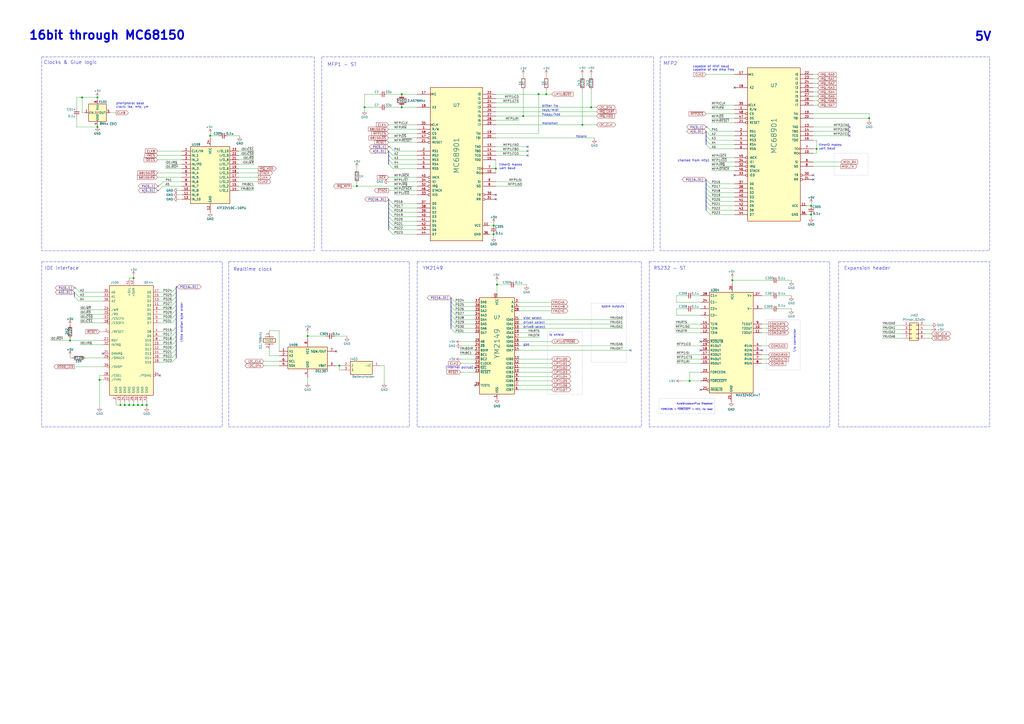
<source format=kicad_sch>
(kicad_sch (version 20230121) (generator eeschema)
  (paper "A2")
  (title_block (title "Raven 68060") (date "2024") (rev "A1") (company "Licensed under CERN-OHL-W v2") (comment 1 "(c)2024 Anders Granlund"))
  (junction (at 286.385 130.81))
  (junction (at 74.93 234.95))
  (junction (at 196.85 212.09))
  (junction (at 473.71 86.36))
  (junction (at 69.85 234.95))
  (junction (at 424.815 162.56))
  (junction (at 57.785 220.345))
  (junction (at 77.47 234.95))
  (junction (at 316.865 54.61))
  (junction (at 504.19 68.58))
  (junction (at 56.515 73.66))
  (junction (at 337.82 72.39))
  (junction (at 233.045 62.23))
  (junction (at 470.535 124.46))
  (junction (at 207.01 107.95))
  (junction (at 72.39 234.95))
  (junction (at 342.9 62.23))
  (junction (at 77.47 161.29))
  (junction (at 56.515 56.515))
  (junction (at 312.42 54.61))
  (junction (at 47.625 56.515))
  (junction (at 287.655 97.79))
  (junction (at 233.045 54.61))
  (junction (at 40.64 197.485))
  (junction (at 80.01 234.95))
  (junction (at 121.92 78.74))
  (junction (at 82.55 234.95))
  (junction (at 470.535 119.38))
  (junction (at 288.29 165.1))
  (junction (at 211.455 62.23))
  (junction (at 400.05 220.98))
  (junction (at 303.53 67.31))
  (junction (at 178.435 194.945))
  (junction (at 85.09 234.95))
  (junction (at 286.385 135.89))
  (no_connect (at 441.96 203.2))
  (no_connect (at 471.805 101.6))
  (no_connect (at 92.71 217.805))
  (no_connect (at 287.655 115.57))
  (no_connect (at 306.07 85.09))
  (no_connect (at 406.4 226.06))
  (no_connect (at 275.59 213.36))
  (no_connect (at 406.4 203.2))
  (no_connect (at 426.085 101.6))
  (no_connect (at 471.805 104.14))
  (no_connect (at 492.76 76.2))
  (no_connect (at 275.59 223.52))
  (no_connect (at 492.76 78.74))
  (no_connect (at 287.655 113.03))
  (no_connect (at 306.07 90.17))
  (no_connect (at 426.085 50.8))
  (no_connect (at 306.07 87.63))
  (no_connect (at 365.76 203.2))
  (no_connect (at 406.4 198.12))
  (no_connect (at 492.76 73.66))
  (no_connect (at 194.945 203.835))
  (no_connect (at 59.69 205.105))
  (bus_entry (at 409.575 104.14) (size 2.54 2.54))
  (bus_entry (at 102.235 184.785) (size -2.54 2.54))
  (bus_entry (at 409.575 106.68) (size 2.54 2.54))
  (bus_entry (at 226.06 85.09) (size 2.54 2.54))
  (bus_entry (at 261.62 182.88) (size 2.54 2.54))
  (bus_entry (at 225.425 90.17) (size 2.54 2.54))
  (bus_entry (at 225.425 118.11) (size 2.54 2.54))
  (bus_entry (at 102.235 189.865) (size -2.54 2.54))
  (bus_entry (at 409.575 76.2) (size 2.54 2.54))
  (bus_entry (at 43.815 167.005) (size 2.54 2.54))
  (bus_entry (at 92.075 110.49) (size 2.54 -2.54))
  (bus_entry (at 409.575 109.22) (size 2.54 2.54))
  (bus_entry (at 102.235 172.085) (size -2.54 2.54))
  (bus_entry (at 261.62 190.5) (size 2.54 2.54))
  (bus_entry (at 225.425 120.65) (size 2.54 2.54))
  (bus_entry (at 92.075 107.95) (size 2.54 -2.54))
  (bus_entry (at 102.235 207.645) (size -2.54 2.54))
  (bus_entry (at 102.235 177.165) (size -2.54 2.54))
  (bus_entry (at 102.235 202.565) (size -2.54 2.54))
  (bus_entry (at 261.62 175.26) (size 2.54 2.54))
  (bus_entry (at 102.235 169.545) (size -2.54 2.54))
  (bus_entry (at 409.575 78.74) (size 2.54 2.54))
  (bus_entry (at 225.425 125.73) (size 2.54 2.54))
  (bus_entry (at 409.575 111.76) (size 2.54 2.54))
  (bus_entry (at 261.62 180.34) (size 2.54 2.54))
  (bus_entry (at 102.235 182.245) (size -2.54 2.54))
  (bus_entry (at 261.62 177.8) (size 2.54 2.54))
  (bus_entry (at 102.235 174.625) (size -2.54 2.54))
  (bus_entry (at 102.235 197.485) (size -2.54 2.54))
  (bus_entry (at 225.425 115.57) (size 2.54 2.54))
  (bus_entry (at 102.235 167.005) (size -2.54 2.54))
  (bus_entry (at 409.575 83.82) (size 2.54 2.54))
  (bus_entry (at 225.425 123.19) (size 2.54 2.54))
  (bus_entry (at 43.18 169.545) (size 2.54 2.54))
  (bus_entry (at 225.425 128.27) (size 2.54 2.54))
  (bus_entry (at 409.575 81.28) (size 2.54 2.54))
  (bus_entry (at 102.235 179.705) (size -2.54 2.54))
  (bus_entry (at 409.575 116.84) (size 2.54 2.54))
  (bus_entry (at 410.21 73.66) (size 2.54 2.54))
  (bus_entry (at 43.18 172.085) (size 2.54 2.54))
  (bus_entry (at 409.575 119.38) (size 2.54 2.54))
  (bus_entry (at 225.425 133.35) (size 2.54 2.54))
  (bus_entry (at 225.425 95.25) (size 2.54 2.54))
  (bus_entry (at 261.62 172.72) (size 2.54 2.54))
  (bus_entry (at 261.62 187.96) (size 2.54 2.54))
  (bus_entry (at 409.575 114.3) (size 2.54 2.54))
  (bus_entry (at 102.235 194.945) (size -2.54 2.54))
  (bus_entry (at 261.62 185.42) (size 2.54 2.54))
  (bus_entry (at 102.235 205.105) (size -2.54 2.54))
  (bus_entry (at 409.575 121.92) (size 2.54 2.54))
  (bus_entry (at 102.235 200.025) (size -2.54 2.54))
  (bus_entry (at 102.235 192.405) (size -2.54 2.54))
  (bus_entry (at 225.425 92.71) (size 2.54 2.54))
  (bus_entry (at 225.425 87.63) (size 2.54 2.54))
  (bus_entry (at 225.425 130.81) (size 2.54 2.54))
  (wire (pts (xy 412.75 96.52) (xy 426.085 96.52)))
  (wire (pts (xy 228.6 87.63) (xy 241.935 87.63)))
  (wire (pts (xy 94.615 105.41) (xy 105.41 105.41)))
  (wire (pts (xy 92.71 184.785) (xy 99.695 184.785)))
  (wire (pts (xy 40.64 196.215) (xy 40.64 197.485)))
  (bus (pts (xy 261.62 180.34) (xy 261.62 177.8)))
  (bus (pts (xy 225.425 128.27) (xy 225.425 130.81)))
  (wire (pts (xy 194.945 212.09) (xy 196.85 212.09)))
  (wire (pts (xy 342.9 52.07) (xy 342.9 62.23)))
  (wire (pts (xy 342.9 62.23) (xy 346.075 62.23)))
  (wire (pts (xy 275.59 190.5) (xy 264.16 190.5)))
  (wire (pts (xy 92.71 207.645) (xy 99.695 207.645)))
  (wire (pts (xy 267.335 208.28) (xy 275.59 208.28)))
  (wire (pts (xy 406.4 175.26) (xy 392.43 175.26)))
  (wire (pts (xy 511.81 196.215) (xy 523.875 196.215)))
  (wire (pts (xy 299.72 165.1) (xy 305.435 165.1)))
  (bus (pts (xy 225.425 92.71) (xy 225.425 95.25)))
  (wire (pts (xy 400.05 215.9) (xy 406.4 215.9)))
  (wire (pts (xy 441.96 179.07) (xy 447.04 179.07)))
  (wire (pts (xy 211.455 54.61) (xy 211.455 62.23)))
  (wire (pts (xy 394.97 220.98) (xy 400.05 220.98)))
  (wire (pts (xy 392.43 208.28) (xy 406.4 208.28)))
  (wire (pts (xy 275.59 193.04) (xy 264.16 193.04)))
  (wire (pts (xy 92.71 194.945) (xy 99.695 194.945)))
  (wire (pts (xy 392.43 182.88) (xy 406.4 182.88)))
  (wire (pts (xy 300.99 69.85) (xy 287.655 69.85)))
  (wire (pts (xy 412.75 63.5) (xy 426.085 63.5)))
  (wire (pts (xy 95.885 97.79) (xy 105.41 97.79)))
  (wire (pts (xy 267.335 215.9) (xy 275.59 215.9)))
  (wire (pts (xy 320.04 213.36) (xy 300.99 213.36)))
  (wire (pts (xy 46.355 169.545) (xy 59.69 169.545)))
  (wire (pts (xy 227.965 128.27) (xy 241.935 128.27)))
  (wire (pts (xy 287.655 77.47) (xy 312.42 77.47)))
  (wire (pts (xy 344.805 80.01) (xy 287.655 80.01)))
  (wire (pts (xy 412.115 114.3) (xy 426.085 114.3)))
  (wire (pts (xy 227.965 118.11) (xy 241.935 118.11)))
  (wire (pts (xy 196.85 212.09) (xy 196.85 214.63)))
  (wire (pts (xy 302.895 105.41) (xy 287.655 105.41)))
  (wire (pts (xy 178.435 194.945) (xy 178.435 196.215)))
  (wire (pts (xy 412.115 119.38) (xy 426.085 119.38)))
  (wire (pts (xy 46.355 179.705) (xy 59.69 179.705)))
  (wire (pts (xy 121.92 77.47) (xy 121.92 78.74)))
  (wire (pts (xy 138.43 100.33) (xy 149.86 100.33)))
  (wire (pts (xy 64.135 65.405) (xy 67.31 65.405)))
  (wire (pts (xy 391.795 193.04) (xy 406.4 193.04)))
  (bus (pts (xy 102.235 179.705) (xy 102.235 177.165)))
  (wire (pts (xy 412.115 78.74) (xy 426.085 78.74)))
  (wire (pts (xy 300.99 59.69) (xy 287.655 59.69)))
  (wire (pts (xy 320.04 208.28) (xy 300.99 208.28)))
  (wire (pts (xy 471.805 66.04) (xy 504.19 66.04)))
  (wire (pts (xy 207.01 106.045) (xy 207.01 107.95)))
  (wire (pts (xy 57.785 217.805) (xy 57.785 220.345)))
  (wire (pts (xy 275.59 198.12) (xy 267.335 198.12)))
  (wire (pts (xy 147.32 95.25) (xy 138.43 95.25)))
  (wire (pts (xy 92.71 197.485) (xy 99.695 197.485)))
  (wire (pts (xy 471.805 86.36) (xy 473.71 86.36)))
  (wire (pts (xy 92.71 202.565) (xy 99.695 202.565)))
  (wire (pts (xy 305.435 165.1) (xy 305.435 165.735)))
  (wire (pts (xy 511.81 193.675) (xy 523.875 193.675)))
  (wire (pts (xy 47.625 65.405) (xy 47.625 56.515)))
  (wire (pts (xy 470.535 124.46) (xy 470.535 126.365)))
  (wire (pts (xy 225.425 80.01) (xy 241.935 80.01)))
  (bus (pts (xy 225.425 85.09) (xy 226.06 85.09)))
  (wire (pts (xy 77.47 161.29) (xy 74.93 161.29)))
  (bus (pts (xy 261.62 177.8) (xy 261.62 175.26)))
  (bus (pts (xy 102.235 202.565) (xy 102.235 200.025)))
  (wire (pts (xy 77.47 160.02) (xy 77.47 161.29)))
  (wire (pts (xy 452.12 162.56) (xy 459.105 162.56)))
  (wire (pts (xy 44.45 67.945) (xy 44.45 73.66)))
  (bus (pts (xy 261.62 187.96) (xy 261.62 190.5)))
  (wire (pts (xy 266.7 205.74) (xy 275.59 205.74)))
  (wire (pts (xy 72.39 233.045) (xy 72.39 234.95)))
  (wire (pts (xy 225.425 105.41) (xy 241.935 105.41)))
  (bus (pts (xy 409.575 104.14) (xy 409.575 106.68)))
  (wire (pts (xy 49.53 207.645) (xy 59.69 207.645)))
  (wire (pts (xy 139.065 78.74) (xy 139.065 79.375)))
  (wire (pts (xy 92.71 172.085) (xy 99.695 172.085)))
  (wire (pts (xy 194.31 194.945) (xy 201.295 194.945)))
  (wire (pts (xy 92.71 179.705) (xy 99.695 179.705)))
  (wire (pts (xy 392.43 171.45) (xy 397.51 171.45)))
  (wire (pts (xy 320.04 226.06) (xy 300.99 226.06)))
  (wire (pts (xy 459.105 162.56) (xy 459.105 163.195)))
  (wire (pts (xy 300.99 187.96) (xy 361.315 187.96)))
  (bus (pts (xy 102.235 182.245) (xy 102.235 184.785)))
  (wire (pts (xy 412.75 93.98) (xy 426.085 93.98)))
  (wire (pts (xy 219.71 54.61) (xy 211.455 54.61)))
  (wire (pts (xy 316.865 52.07) (xy 316.865 54.61)))
  (bus (pts (xy 102.235 177.165) (xy 102.235 174.625)))
  (wire (pts (xy 77.47 233.045) (xy 77.47 234.95)))
  (wire (pts (xy 467.995 124.46) (xy 470.535 124.46)))
  (bus (pts (xy 261.62 185.42) (xy 261.62 187.96)))
  (wire (pts (xy 471.805 45.72) (xy 474.345 45.72)))
  (wire (pts (xy 283.845 135.89) (xy 286.385 135.89)))
  (wire (pts (xy 412.75 68.58) (xy 426.085 68.58)))
  (wire (pts (xy 227.965 133.35) (xy 241.935 133.35)))
  (wire (pts (xy 337.82 43.18) (xy 337.82 44.45)))
  (wire (pts (xy 92.71 200.025) (xy 99.695 200.025)))
  (wire (pts (xy 320.04 215.9) (xy 300.99 215.9)))
  (wire (pts (xy 80.01 233.045) (xy 80.01 234.95)))
  (wire (pts (xy 452.12 171.45) (xy 459.105 171.45)))
  (wire (pts (xy 320.04 223.52) (xy 300.99 223.52)))
  (wire (pts (xy 178.435 219.075) (xy 178.435 222.25)))
  (wire (pts (xy 201.295 194.945) (xy 201.295 195.58)))
  (wire (pts (xy 147.32 90.17) (xy 138.43 90.17)))
  (wire (pts (xy 225.425 110.49) (xy 241.935 110.49)))
  (wire (pts (xy 153.035 209.55) (xy 161.925 209.55)))
  (bus (pts (xy 409.575 111.76) (xy 409.575 114.3)))
  (wire (pts (xy 303.53 67.31) (xy 346.075 67.31)))
  (wire (pts (xy 342.9 43.18) (xy 342.9 44.45)))
  (wire (pts (xy 44.45 56.515) (xy 47.625 56.515)))
  (wire (pts (xy 300.99 195.58) (xy 313.055 195.58)))
  (wire (pts (xy 471.805 48.26) (xy 474.345 48.26)))
  (wire (pts (xy 287.655 107.95) (xy 302.895 107.95)))
  (wire (pts (xy 452.12 179.07) (xy 459.105 179.07)))
  (bus (pts (xy 225.425 90.17) (xy 225.425 92.71)))
  (bus (pts (xy 225.425 115.57) (xy 225.425 118.11)))
  (bus (pts (xy 102.235 192.405) (xy 102.235 189.865)))
  (wire (pts (xy 85.09 234.95) (xy 85.09 233.045)))
  (wire (pts (xy 82.55 233.045) (xy 82.55 234.95)))
  (wire (pts (xy 57.785 220.345) (xy 57.785 236.22)))
  (bus (pts (xy 225.425 118.11) (xy 225.425 120.65)))
  (bus (pts (xy 91.44 107.95) (xy 92.075 107.95)))
  (wire (pts (xy 227.965 135.89) (xy 241.935 135.89)))
  (bus (pts (xy 102.235 172.085) (xy 102.235 169.545)))
  (bus (pts (xy 261.62 185.42) (xy 261.62 182.88)))
  (wire (pts (xy 471.805 78.74) (xy 492.76 78.74)))
  (wire (pts (xy 287.655 92.71) (xy 287.655 97.79)))
  (wire (pts (xy 412.75 60.96) (xy 426.085 60.96)))
  (wire (pts (xy 470.535 119.38) (xy 470.535 118.11)))
  (wire (pts (xy 441.96 208.28) (xy 445.77 208.28)))
  (wire (pts (xy 300.99 198.12) (xy 320.04 198.12)))
  (wire (pts (xy 161.925 191.77) (xy 156.21 191.77)))
  (wire (pts (xy 471.805 68.58) (xy 504.19 68.58)))
  (wire (pts (xy 196.85 214.63) (xy 198.12 214.63)))
  (wire (pts (xy 288.29 163.195) (xy 288.29 165.1)))
  (wire (pts (xy 138.43 97.79) (xy 149.86 97.79)))
  (wire (pts (xy 402.59 179.07) (xy 406.4 179.07)))
  (wire (pts (xy 224.79 62.23) (xy 233.045 62.23)))
  (bus (pts (xy 102.235 167.005) (xy 102.235 166.37)))
  (wire (pts (xy 67.31 234.95) (xy 69.85 234.95)))
  (wire (pts (xy 471.805 93.98) (xy 487.68 93.98)))
  (wire (pts (xy 227.965 120.65) (xy 241.935 120.65)))
  (wire (pts (xy 412.115 81.28) (xy 426.085 81.28)))
  (wire (pts (xy 225.425 82.55) (xy 241.935 82.55)))
  (bus (pts (xy 102.235 207.645) (xy 102.235 205.105)))
  (wire (pts (xy 275.59 182.88) (xy 264.16 182.88)))
  (wire (pts (xy 536.575 191.135) (xy 540.385 191.135)))
  (wire (pts (xy 320.04 220.98) (xy 300.99 220.98)))
  (wire (pts (xy 316.865 43.18) (xy 316.865 44.45)))
  (wire (pts (xy 312.42 54.61) (xy 316.865 54.61)))
  (wire (pts (xy 424.815 162.56) (xy 447.04 162.56)))
  (wire (pts (xy 156.21 202.565) (xy 156.21 206.375)))
  (wire (pts (xy 288.29 165.1) (xy 294.64 165.1)))
  (wire (pts (xy 441.96 187.96) (xy 445.77 187.96)))
  (wire (pts (xy 207.01 97.155) (xy 207.01 98.425)))
  (wire (pts (xy 392.43 179.07) (xy 392.43 182.88)))
  (wire (pts (xy 92.71 210.185) (xy 99.695 210.185)))
  (wire (pts (xy 536.575 193.675) (xy 540.385 193.675)))
  (bus (pts (xy 102.235 194.945) (xy 102.235 192.405)))
  (wire (pts (xy 267.335 200.66) (xy 275.59 200.66)))
  (wire (pts (xy 412.75 99.06) (xy 426.085 99.06)))
  (wire (pts (xy 337.82 52.07) (xy 337.82 72.39)))
  (bus (pts (xy 409.575 73.66) (xy 410.21 73.66)))
  (wire (pts (xy 92.71 187.325) (xy 99.695 187.325)))
  (wire (pts (xy 56.515 56.515) (xy 56.515 57.785)))
  (bus (pts (xy 225.425 123.19) (xy 225.425 125.73)))
  (wire (pts (xy 74.93 233.045) (xy 74.93 234.95)))
  (wire (pts (xy 424.815 162.56) (xy 424.815 164.465)))
  (wire (pts (xy 441.96 171.45) (xy 447.04 171.45)))
  (wire (pts (xy 103.505 115.57) (xy 105.41 115.57)))
  (wire (pts (xy 222.885 212.09) (xy 222.885 222.25)))
  (wire (pts (xy 275.59 187.96) (xy 264.16 187.96)))
  (wire (pts (xy 178.435 194.945) (xy 189.23 194.945)))
  (wire (pts (xy 80.01 234.95) (xy 82.55 234.95)))
  (wire (pts (xy 59.69 217.805) (xy 57.785 217.805)))
  (wire (pts (xy 471.805 73.66) (xy 492.76 73.66)))
  (wire (pts (xy 77.47 161.29) (xy 77.47 161.925)))
  (wire (pts (xy 211.455 62.23) (xy 219.71 62.23)))
  (wire (pts (xy 392.43 175.26) (xy 392.43 171.45)))
  (wire (pts (xy 412.115 124.46) (xy 426.085 124.46)))
  (bus (pts (xy 409.575 76.2) (xy 409.575 78.74)))
  (wire (pts (xy 275.59 177.8) (xy 264.16 177.8)))
  (wire (pts (xy 391.795 190.5) (xy 406.4 190.5)))
  (bus (pts (xy 102.235 200.025) (xy 102.235 197.485)))
  (wire (pts (xy 459.105 171.45) (xy 459.105 172.085)))
  (wire (pts (xy 56.515 73.025) (xy 56.515 73.66)))
  (wire (pts (xy 392.43 200.66) (xy 406.4 200.66)))
  (wire (pts (xy 77.47 234.95) (xy 80.01 234.95)))
  (wire (pts (xy 203.835 107.95) (xy 207.01 107.95)))
  (wire (pts (xy 412.115 106.68) (xy 426.085 106.68)))
  (wire (pts (xy 412.115 111.76) (xy 426.085 111.76)))
  (wire (pts (xy 412.115 83.82) (xy 426.085 83.82)))
  (wire (pts (xy 227.965 92.71) (xy 241.935 92.71)))
  (wire (pts (xy 402.59 171.45) (xy 406.4 171.45)))
  (bus (pts (xy 43.18 169.545) (xy 43.18 172.085)))
  (wire (pts (xy 147.32 92.71) (xy 138.43 92.71)))
  (wire (pts (xy 286.385 135.89) (xy 286.385 137.795)))
  (wire (pts (xy 233.045 62.23) (xy 241.935 62.23)))
  (wire (pts (xy 412.75 71.12) (xy 426.085 71.12)))
  (wire (pts (xy 121.92 78.74) (xy 127 78.74)))
  (wire (pts (xy 287.655 67.31) (xy 303.53 67.31)))
  (wire (pts (xy 48.895 65.405) (xy 47.625 65.405)))
  (wire (pts (xy 471.805 96.52) (xy 487.68 96.52)))
  (wire (pts (xy 275.59 180.34) (xy 264.16 180.34)))
  (wire (pts (xy 536.575 188.595) (xy 540.385 188.595)))
  (wire (pts (xy 91.44 92.71) (xy 105.41 92.71)))
  (wire (pts (xy 511.81 188.595) (xy 523.875 188.595)))
  (wire (pts (xy 471.805 58.42) (xy 474.345 58.42)))
  (wire (pts (xy 225.425 72.39) (xy 241.935 72.39)))
  (wire (pts (xy 441.96 190.5) (xy 445.77 190.5)))
  (bus (pts (xy 102.87 166.37) (xy 102.235 166.37)))
  (wire (pts (xy 45.72 174.625) (xy 59.69 174.625)))
  (bus (pts (xy 409.575 116.84) (xy 409.575 119.38)))
  (wire (pts (xy 156.21 191.77) (xy 156.21 192.405)))
  (wire (pts (xy 224.79 54.61) (xy 233.045 54.61)))
  (wire (pts (xy 300.99 175.26) (xy 320.04 175.26)))
  (wire (pts (xy 441.96 210.82) (xy 445.77 210.82)))
  (wire (pts (xy 409.575 43.18) (xy 426.085 43.18)))
  (wire (pts (xy 306.07 90.17) (xy 287.655 90.17)))
  (wire (pts (xy 409.575 66.04) (xy 426.085 66.04)))
  (wire (pts (xy 300.99 57.15) (xy 287.655 57.15)))
  (wire (pts (xy 287.655 85.09) (xy 306.07 85.09)))
  (wire (pts (xy 471.805 55.88) (xy 474.345 55.88)))
  (wire (pts (xy 471.805 50.8) (xy 474.345 50.8)))
  (wire (pts (xy 45.72 172.085) (xy 59.69 172.085)))
  (wire (pts (xy 511.81 191.135) (xy 523.875 191.135)))
  (wire (pts (xy 103.505 110.49) (xy 105.41 110.49)))
  (bus (pts (xy 225.425 87.63) (xy 225.425 90.17)))
  (wire (pts (xy 91.44 87.63) (xy 105.41 87.63)))
  (wire (pts (xy 471.805 53.34) (xy 474.345 53.34)))
  (wire (pts (xy 266.7 203.2) (xy 275.59 203.2)))
  (wire (pts (xy 471.805 76.2) (xy 492.76 76.2)))
  (wire (pts (xy 300.99 200.66) (xy 361.315 200.66)))
  (wire (pts (xy 473.71 86.36) (xy 473.71 88.9)))
  (wire (pts (xy 344.805 80.645) (xy 344.805 80.01)))
  (wire (pts (xy 412.75 76.2) (xy 426.085 76.2)))
  (wire (pts (xy 300.99 203.2) (xy 365.76 203.2)))
  (wire (pts (xy 287.655 72.39) (xy 337.82 72.39)))
  (wire (pts (xy 233.045 54.61) (xy 241.935 54.61)))
  (wire (pts (xy 391.795 187.96) (xy 406.4 187.96)))
  (wire (pts (xy 92.71 169.545) (xy 99.695 169.545)))
  (wire (pts (xy 320.04 218.44) (xy 300.99 218.44)))
  (wire (pts (xy 91.44 100.33) (xy 105.41 100.33)))
  (wire (pts (xy 207.01 107.95) (xy 241.935 107.95)))
  (wire (pts (xy 316.865 54.61) (xy 320.04 54.61)))
  (wire (pts (xy 43.18 212.725) (xy 59.69 212.725)))
  (wire (pts (xy 69.85 233.045) (xy 69.85 234.95)))
  (wire (pts (xy 67.31 233.045) (xy 67.31 234.95)))
  (bus (pts (xy 409.575 106.68) (xy 409.575 109.22)))
  (wire (pts (xy 92.71 174.625) (xy 99.695 174.625)))
  (bus (pts (xy 225.425 120.65) (xy 225.425 123.19)))
  (wire (pts (xy 227.965 97.79) (xy 241.935 97.79)))
  (wire (pts (xy 74.93 234.95) (xy 77.47 234.95)))
  (wire (pts (xy 57.785 192.405) (xy 59.69 192.405)))
  (wire (pts (xy 300.99 190.5) (xy 361.315 190.5)))
  (wire (pts (xy 72.39 234.95) (xy 74.93 234.95)))
  (wire (pts (xy 300.99 177.8) (xy 320.04 177.8)))
  (wire (pts (xy 228.6 113.03) (xy 241.935 113.03)))
  (wire (pts (xy 392.43 210.82) (xy 406.4 210.82)))
  (wire (pts (xy 46.355 200.025) (xy 59.69 200.025)))
  (wire (pts (xy 95.885 95.25) (xy 105.41 95.25)))
  (wire (pts (xy 424.815 161.29) (xy 424.815 162.56)))
  (wire (pts (xy 91.44 90.17) (xy 105.41 90.17)))
  (bus (pts (xy 261.62 175.26) (xy 261.62 172.72)))
  (wire (pts (xy 211.455 62.23) (xy 211.455 64.135)))
  (wire (pts (xy 92.71 182.245) (xy 99.695 182.245)))
  (bus (pts (xy 102.235 174.625) (xy 102.235 172.085)))
  (wire (pts (xy 153.035 212.09) (xy 161.925 212.09)))
  (wire (pts (xy 286.385 130.81) (xy 286.385 129.54)))
  (wire (pts (xy 69.85 234.95) (xy 72.39 234.95)))
  (wire (pts (xy 287.655 54.61) (xy 312.42 54.61)))
  (wire (pts (xy 441.96 200.66) (xy 445.77 200.66)))
  (wire (pts (xy 138.43 102.87) (xy 149.86 102.87)))
  (wire (pts (xy 92.71 177.165) (xy 99.695 177.165)))
  (wire (pts (xy 275.59 185.42) (xy 264.16 185.42)))
  (wire (pts (xy 283.845 130.81) (xy 286.385 130.81)))
  (wire (pts (xy 400.05 215.9) (xy 400.05 220.98)))
  (bus (pts (xy 409.575 78.74) (xy 409.575 81.28)))
  (wire (pts (xy 227.965 125.73) (xy 241.935 125.73)))
  (wire (pts (xy 82.55 234.95) (xy 85.09 234.95)))
  (wire (pts (xy 44.45 73.66) (xy 56.515 73.66)))
  (wire (pts (xy 471.805 81.28) (xy 473.71 81.28)))
  (wire (pts (xy 412.115 116.84) (xy 426.085 116.84)))
  (wire (pts (xy 40.64 197.485) (xy 59.69 197.485)))
  (wire (pts (xy 441.96 205.74) (xy 445.77 205.74)))
  (wire (pts (xy 29.21 197.485) (xy 40.64 197.485)))
  (wire (pts (xy 300.99 185.42) (xy 361.315 185.42)))
  (wire (pts (xy 306.07 87.63) (xy 287.655 87.63)))
  (wire (pts (xy 94.615 107.95) (xy 105.41 107.95)))
  (wire (pts (xy 103.505 113.03) (xy 105.41 113.03)))
  (wire (pts (xy 312.42 54.61) (xy 312.42 77.47)))
  (wire (pts (xy 138.43 107.95) (xy 147.32 107.95)))
  (wire (pts (xy 300.99 180.34) (xy 320.04 180.34)))
  (bus (pts (xy 43.18 167.005) (xy 43.815 167.005)))
  (wire (pts (xy 40.64 206.375) (xy 40.64 207.645)))
  (wire (pts (xy 92.71 205.105) (xy 99.695 205.105)))
  (wire (pts (xy 471.805 43.18) (xy 474.345 43.18)))
  (wire (pts (xy 337.82 72.39) (xy 346.075 72.39)))
  (wire (pts (xy 220.98 212.09) (xy 222.885 212.09)))
  (wire (pts (xy 392.43 205.74) (xy 406.4 205.74)))
  (wire (pts (xy 227.965 130.81) (xy 241.935 130.81)))
  (wire (pts (xy 227.965 90.17) (xy 241.935 90.17)))
  (bus (pts (xy 409.575 109.22) (xy 409.575 111.76)))
  (wire (pts (xy 287.655 97.79) (xy 287.655 100.33)))
  (wire (pts (xy 473.71 81.28) (xy 473.71 86.36)))
  (wire (pts (xy 147.32 87.63) (xy 138.43 87.63)))
  (bus (pts (xy 102.235 205.105) (xy 102.235 202.565)))
  (wire (pts (xy 227.965 123.19) (xy 241.935 123.19)))
  (wire (pts (xy 459.105 179.07) (xy 459.105 179.705)))
  (wire (pts (xy 412.75 91.44) (xy 426.085 91.44)))
  (wire (pts (xy 227.965 95.25) (xy 241.935 95.25)))
  (wire (pts (xy 467.995 119.38) (xy 470.535 119.38)))
  (wire (pts (xy 412.115 121.92) (xy 426.085 121.92)))
  (wire (pts (xy 471.805 60.96) (xy 474.345 60.96)))
  (wire (pts (xy 412.115 86.36) (xy 426.085 86.36)))
  (wire (pts (xy 44.45 62.865) (xy 44.45 56.515)))
  (wire (pts (xy 536.575 196.215) (xy 540.385 196.215)))
  (wire (pts (xy 225.425 77.47) (xy 241.935 77.47)))
  (bus (pts (xy 225.425 130.81) (xy 225.425 133.35)))
  (bus (pts (xy 409.575 119.38) (xy 409.575 121.92)))
  (wire (pts (xy 288.29 165.1) (xy 288.29 170.18)))
  (wire (pts (xy 161.925 203.835) (xy 161.925 191.77)))
  (wire (pts (xy 225.425 102.87) (xy 241.935 102.87)))
  (wire (pts (xy 92.71 192.405) (xy 99.695 192.405)))
  (wire (pts (xy 46.355 182.245) (xy 59.69 182.245)))
  (wire (pts (xy 275.59 175.26) (xy 264.16 175.26)))
  (wire (pts (xy 287.655 62.23) (xy 342.9 62.23)))
  (wire (pts (xy 397.51 179.07) (xy 392.43 179.07)))
  (wire (pts (xy 85.09 234.95) (xy 85.09 236.22)))
  (wire (pts (xy 46.355 187.325) (xy 59.69 187.325)))
  (bus (pts (xy 102.235 197.485) (xy 102.235 194.945)))
  (wire (pts (xy 225.425 74.93) (xy 241.935 74.93)))
  (bus (pts (xy 91.44 110.49) (xy 92.075 110.49)))
  (wire (pts (xy 287.655 64.77) (xy 346.075 64.77)))
  (wire (pts (xy 441.96 193.04) (xy 445.77 193.04)))
  (wire (pts (xy 132.08 78.74) (xy 139.065 78.74)))
  (wire (pts (xy 412.115 109.22) (xy 426.085 109.22)))
  (wire (pts (xy 504.19 68.58) (xy 504.19 66.04)))
  (wire (pts (xy 91.44 102.87) (xy 105.41 102.87)))
  (wire (pts (xy 46.355 184.785) (xy 59.69 184.785)))
  (wire (pts (xy 40.64 207.645) (xy 41.91 207.645)))
  (wire (pts (xy 400.05 220.98) (xy 406.4 220.98)))
  (bus (pts (xy 261.62 182.88) (xy 261.62 180.34)))
  (wire (pts (xy 156.21 206.375) (xy 161.925 206.375)))
  (wire (pts (xy 57.785 220.345) (xy 59.69 220.345)))
  (wire (pts (xy 196.85 212.09) (xy 198.12 212.09)))
  (bus (pts (xy 102.235 179.705) (xy 102.235 182.245)))
  (wire (pts (xy 47.625 56.515) (xy 56.515 56.515)))
  (wire (pts (xy 320.04 210.82) (xy 300.99 210.82)))
  (wire (pts (xy 138.43 105.41) (xy 149.86 105.41)))
  (bus (pts (xy 102.235 169.545) (xy 102.235 167.005)))
  (wire (pts (xy 267.335 210.82) (xy 275.59 210.82)))
  (wire (pts (xy 178.435 193.04) (xy 178.435 194.945)))
  (wire (pts (xy 121.92 78.74) (xy 121.92 80.01)))
  (wire (pts (xy 504.19 69.85) (xy 504.19 68.58)))
  (wire (pts (xy 300.99 193.04) (xy 313.055 193.04)))
  (wire (pts (xy 303.53 43.18) (xy 303.53 44.45)))
  (wire (pts (xy 138.43 110.49) (xy 147.32 110.49)))
  (wire (pts (xy 303.53 52.07) (xy 303.53 67.31)))
  (bus (pts (xy 225.425 125.73) (xy 225.425 128.27)))
  (bus (pts (xy 409.575 81.28) (xy 409.575 83.82)))
  (bus (pts (xy 102.235 184.785) (xy 102.235 189.865)))
  (bus (pts (xy 409.575 114.3) (xy 409.575 116.84)))
  (wire (pts (xy 473.71 88.9) (xy 471.805 88.9)))
  (wire (pts (xy 74.93 161.29) (xy 74.93 161.925)))
  (rectangle (start 24.13 151.765) (end 128.905 247.65) (stroke (width 0) (type dash)))
  (rectangle (start 382.905 33.02) (end 574.04 145.415) (stroke (width 0) (type dash)))
  (rectangle (start 24.13 33.02) (end 182.245 145.415) (stroke (width 0) (type dash)))
  (rectangle (start 376.555 151.765) (end 481.33 247.65) (stroke (width 0) (type dash)))
  (rectangle (start 186.69 33.02) (end 379.095 145.415) (stroke (width 0) (type dash)))
  (rectangle (start 241.935 151.765) (end 372.11 247.65) (stroke (width 0) (type dash)))
  (rectangle (start 486.41 151.765) (end 574.04 247.65) (stroke (width 0) (type dash)))
  (rectangle (start 132.715 151.765) (end 237.49 247.65) (stroke (width 0) (type dash)))
  (text_box "" (at 382.27 231.14 0) (size 32.385 8.89) (stroke (width 0) (type dot)) (effects (font (size 1.27 1.27)) (justify left top)))
  (text_box "" (at 444.5 185.42 0) (size 19.685 29.21) (stroke (width 0) (type dot)) (effects (font (size 1.27 1.27)) (justify left top)))
  (text_box "io shield" (at 317.5 192.405 0) (size 20.32 36.195) (stroke (width 0) (type dot)) (effects (font (size 1.27 1.27)) (justify left top)))
  (text_box "spare outputs" (at 342.9 175.895 0) (size 20.32 34.29) (stroke (width 0) (type dot)) (effects (font (size 1.27 1.27)) (justify right top)))
  (text_box "" (at 483.87 88.9 0) (size 19.685 12.7) (stroke (width 0) (type dot)) (effects (font (size 1.27 1.27)) (justify left top)))
  (text "YM2149" (at 245.11 156.845 0) (effects (font (size 2 2)) (justify left bottom)))
  (text "5V" (at 565.15 24.13 0) (effects (font (size 5 5) (thickness 1) bold) (justify left bottom)))
  (text "timerD makes\nuart baud" (at 474.98 86.995 0) (effects (font (size 1.27 1.27)) (justify left bottom)))
  (text "side select" (at 303.53 185.42 0) (effects (font (size 1.27 1.27)) (justify left bottom)))
  (text "MFP2" (at 384.81 38.1 0) (effects (font (size 2 2)) (justify left bottom)))
  (text "pheripheral base\nclock: isa, mfp, ym" (at 67.31 62.865 0) (effects (font (size 1.27 1.27)) (justify left bottom)))
  (text "IDE interface" (at 26.035 156.845 0) (effects (font (size 2 2)) (justify left bottom)))
  (text "driveB select" (at 303.53 190.5 0) (effects (font (size 1.27 1.27)) (justify left bottom)))
  (text "chained from mfp1" (at 393.065 93.98 0) (effects (font (size 1.27 1.27)) (justify left bottom)))
  (text "Little endian byte order" (at 106.045 198.755 90) (effects (font (size 1.27 1.27)) (justify left bottom)))
  (text "gpo" (at 303.53 200.66 0) (effects (font (size 1.27 1.27)) (justify left bottom)))
  (text "Expansion header" (at 489.585 156.845 0) (effects (font (size 2 2)) (justify left bottom)))
  (text "monomon" (at 314.325 72.39 0) (effects (font (size 1.27 1.27)) (justify left bottom)))
  (text "(internal pullup)" (at 258.445 213.995 0) (effects (font (size 1.27 1.27)) (justify left bottom)))
  (text "Realtime clock" (at 135.255 157.48 0) (effects (font (size 2 2)) (justify left bottom)))
  (text "keyb/midi" (at 314.325 64.77 0) (effects (font (size 1.27 1.27)) (justify left bottom)))
  (text "capable of midi baud" (at 401.955 39.37 0) (effects (font (size 1.27 1.27)) (justify left bottom)))
  (text "16bit through MC68150" (at 16.51 23.495 0) (effects (font (size 5 5) (thickness 1) bold) (justify left bottom)))
  (text "capable of ste dma freq" (at 401.955 41.275 0) (effects (font (size 1.27 1.27)) (justify left bottom)))
  (text "timerD makes\nuart baud" (at 289.56 98.425 0) (effects (font (size 1.27 1.27)) (justify left bottom)))
  (text "Clocks & Glue logic" (at 25.4 37.465 0) (effects (font (size 2 2)) (justify left bottom)))
  (text "MFP1 - ST" (at 189.865 38.735 0) (effects (font (size 2 2)) (justify left bottom)))
  (text "RS232 - ST" (at 379.095 156.845 0) (effects (font (size 2 2)) (justify left bottom)))
  (text "hblank" (at 334.01 80.01 0) (effects (font (size 1.27 1.27)) (justify left bottom)))
  (text "driveA select" (at 303.53 187.96 0) (effects (font (size 1.27 1.27)) (justify left bottom)))
  (text "AutoShutdownPlus Disabled\n\nFORCEON = ~{FORCEOFF} = VCC, no load" (at 413.385 238.125 0) (effects (font (size 1 1)) (justify right bottom)))
  (text "floppy/hdd" (at 314.325 67.31 0) (effects (font (size 1.27 1.27)) (justify left bottom)))
  (text "i/o connector" (at 461.645 204.47 90) (effects (font (size 1.27 1.27)) (justify left bottom)))
  (text "blitter irq" (at 314.325 62.23 0) (effects (font (size 1.27 1.27)) (justify left bottom)))
  (label "PD30" (at 94.615 184.785 0))
  (label "MFP1:SO" (at 391.795 190.5 0))
  (label "IDE:~{CS0}" (at 147.32 90.17 180))
  (label "YM:IOA6" (at 361.315 200.66 180))
  (label "PD19" (at 412.75 114.3 0))
  (label "PD19" (at 94.615 200.025 0))
  (label "PD26" (at 269.24 180.34 180))
  (label "YM:BDIR" (at 147.32 110.49 180))
  (label "IDE:~{CS1}" (at 147.32 87.63 180))
  (label "PD21" (at 94.615 205.105 0))
  (label "MFP1:TBO" (at 300.99 87.63 180))
  (label "PD28" (at 269.24 185.42 180))
  (label "PA1" (at 412.75 76.2 0))
  (label "IDE:~{CS0}" (at 46.355 184.785 0))
  (label "PD22" (at 94.615 207.645 0))
  (label "MFP:~{RESET}" (at 412.75 71.12 0))
  (label "MFP1:TCO" (at 300.99 90.17 180))
  (label "A3" (at 412.75 81.28 0))
  (label "A2" (at 228.6 90.17 0))
  (label "YM:IOA6" (at 511.81 196.215 0))
  (label "YM:BDIR" (at 266.7 203.2 0))
  (label "PD28" (at 94.615 179.705 0))
  (label "IDE:IRQ" (at 95.885 95.25 0))
  (label "IDE:~{RDY}" (at 95.885 97.79 0))
  (label "MFP2:TAO" (at 492.76 73.66 180))
  (label "PD24" (at 94.615 169.545 0))
  (label "PD24" (at 269.24 175.26 180))
  (label "A5" (at 95.885 107.95 0))
  (label "YM:IOA1" (at 511.81 191.135 0))
  (label "MFP:R~{W}" (at 228.6 74.93 0))
  (label "MFP:~{IACK}" (at 228.6 102.87 0))
  (label "IDE:~{WR}" (at 147.32 95.25 180))
  (label "MFP1:CTS" (at 392.43 208.28 0))
  (label "YM:RTS" (at 391.795 187.96 0))
  (label "MFP1:RI" (at 392.43 210.82 0))
  (label "MFP1:~{IEO}" (at 412.75 93.98 0))
  (label "A5" (at 228.6 97.79 0))
  (label "IDE:~{RD}" (at 147.32 92.71 180))
  (label "MFP1:~{IEI}" (at 228.6 105.41 0))
  (label "IDE:~{RDY}" (at 29.21 197.485 0))
  (label "MFP:CLK" (at 412.75 60.96 0))
  (label "MFP1:~{IEO}" (at 228.6 113.03 0))
  (label "MFP:~{IRQ}" (at 412.75 96.52 0))
  (label "YM:RTS" (at 313.055 193.04 180))
  (label "YM:BC1" (at 147.32 107.95 180))
  (label "PD16" (at 412.75 106.68 0))
  (label "MFP:~{DTACK}" (at 412.75 99.06 0))
  (label "PD22" (at 228.6 133.35 0))
  (label "PD31" (at 94.615 187.325 0))
  (label "PD18" (at 228.6 123.19 0))
  (label "PD20" (at 228.6 128.27 0))
  (label "MFP2:TBO" (at 492.76 76.2 180))
  (label "PA1" (at 99.695 105.41 180))
  (label "PD17" (at 228.6 120.65 0))
  (label "IDE:~{RD}" (at 46.355 182.245 0))
  (label "MFP1:RI" (at 300.99 69.85 180))
  (label "MFP:~{DS}" (at 228.6 80.01 0))
  (label "PD23" (at 94.615 210.185 0))
  (label "YM:DTR" (at 391.795 193.04 0))
  (label "PD16" (at 94.615 192.405 0))
  (label "YM:IOA7" (at 361.315 203.2 180))
  (label "A4" (at 412.75 83.82 0))
  (label "PD20" (at 94.615 202.565 0))
  (label "MFP:~{IRQ}" (at 228.6 107.95 0))
  (label "YM:IOA0" (at 511.81 188.595 0))
  (label "YM:IOA2" (at 361.315 190.5 180))
  (label "PD30" (at 269.24 190.5 180))
  (label "PD29" (at 269.24 187.96 180))
  (label "MFP:~{RESET}" (at 228.6 82.55 0))
  (label "PD26" (at 94.615 174.625 0))
  (label "IDE:IRQ" (at 46.355 200.025 0))
  (label "YM:IOA0" (at 361.315 185.42 180))
  (label "MFP1:CD" (at 392.43 200.66 0))
  (label "PD23" (at 412.75 124.46 0))
  (label "A3" (at 228.6 92.71 0))
  (label "MFP1:SI" (at 302.895 105.41 180))
  (label "PD17" (at 412.75 109.22 0))
  (label "PD19" (at 228.6 125.73 0))
  (label "YM:IOA2" (at 511.81 193.675 0))
  (label "A2" (at 46.355 169.545 0))
  (label "MFP1:CD" (at 300.99 57.15 180))
  (label "YM:DTR" (at 313.055 195.58 180))
  (label "YM:BC1" (at 266.7 205.74 0))
  (label "A4" (at 46.355 174.625 0))
  (label "A4" (at 228.6 95.25 0))
  (label "PD16" (at 228.6 118.11 0))
  (label "PD20" (at 412.75 116.84 0))
  (label "IDE:~{WR}" (at 46.355 179.705 0))
  (label "PD17" (at 94.615 194.945 0))
  (label "MFP2:TCO" (at 492.76 78.74 180))
  (label "PD27" (at 269.24 182.88 180))
  (label "A2" (at 412.75 78.74 0))
  (label "MFP:CLK" (at 228.6 72.39 0))
  (label "MFP1:TAO" (at 300.99 85.09 180))
  (label "PD18" (at 412.75 111.76 0))
  (label "PD23" (at 228.6 135.89 0))
  (label "PD25" (at 269.24 177.8 180))
  (label "PD18" (at 94.615 197.485 0))
  (label "MFP1:SO" (at 302.895 107.95 180))
  (label "MFP:~{DS}" (at 412.75 68.58 0))
  (label "A5" (at 412.75 86.36 0))
  (label "PD22" (at 412.75 121.92 0))
  (label "PD21" (at 228.6 130.81 0))
  (label "PD25" (at 94.615 172.085 0))
  (label "MFP1:CTS" (at 300.99 59.69 180))
  (label "PA1" (at 228.6 87.63 0))
  (label "YM:IOA1" (at 361.315 187.96 180))
  (label "PD21" (at 412.75 119.38 0))
  (label "A3" (at 46.355 172.085 0))
  (label "PD31" (at 269.24 193.04 180))
  (label "PD29" (at 94.615 182.245 0))
  (label "MFP:~{DTACK}" (at 228.6 110.49 0))
  (label "MFP:R~{W}" (at 412.75 63.5 0))
  (label "MFP1:SI" (at 392.43 205.74 0))
  (label "PD27" (at 94.615 177.165 0))
  (label "IDE:~{CS1}" (at 46.355 187.325 0))
  (label "MFP:~{IACK}" (at 412.75 91.44 0))
  (global_label "COM2:DTR" (shape output) (at 445.77 193.04 0) (property "Intersheetrefs" "${INTERSHEET_REFS}" (effects hide)))
  (global_label "PD[16..31]" (shape tri_state) (at 409.575 104.14 180) (property "Intersheetrefs" "${INTERSHEET_REFS}" (effects hide)))
  (global_label "IRQ_ISA0" (shape input) (at 474.345 43.18 0) (property "Intersheetrefs" "${INTERSHEET_REFS}" (effects hide)))
  (global_label "CLK2" (shape output) (at 149.86 105.41 0) (property "Intersheetrefs" "${INTERSHEET_REFS}" (effects hide)))
  (global_label "CLK2" (shape input) (at 409.575 43.18 180) (property "Intersheetrefs" "${INTERSHEET_REFS}" (effects hide)))
  (global_label "~{DTACK}" (shape output) (at 149.86 100.33 0) (property "Intersheetrefs" "${INTERSHEET_REFS}" (effects hide)))
  (global_label "I2C_CLK" (shape bidirectional) (at 540.385 193.675 0) (property "Intersheetrefs" "${INTERSHEET_REFS}" (effects hide)))
  (global_label "YM:CHB" (shape output) (at 320.04 177.8 0) (property "Intersheetrefs" "${INTERSHEET_REFS}" (effects hide)))
  (global_label "A[0..31]" (shape bidirectional) (at 91.44 110.49 180) (property "Intersheetrefs" "${INTERSHEET_REFS}" (effects hide)))
  (global_label "IRQ_ISA1" (shape input) (at 474.345 45.72 0) (property "Intersheetrefs" "${INTERSHEET_REFS}" (effects hide)))
  (global_label "LPT1:D5" (shape bidirectional) (at 320.04 220.98 0) (property "Intersheetrefs" "${INTERSHEET_REFS}" (effects hide)))
  (global_label "LPT1:D1" (shape bidirectional) (at 320.04 210.82 0) (property "Intersheetrefs" "${INTERSHEET_REFS}" (effects hide)))
  (global_label "~{YMCS}" (shape input) (at 91.44 90.17 180) (property "Intersheetrefs" "${INTERSHEET_REFS}" (effects hide)))
  (global_label "~{MFP2CS}" (shape input) (at 409.575 66.04 180) (property "Intersheetrefs" "${INTERSHEET_REFS}" (effects hide)))
  (global_label "~{IRQ_HDD}" (shape input) (at 346.075 67.31 0) (property "Intersheetrefs" "${INTERSHEET_REFS}" (effects hide)))
  (global_label "~{IRQ_UART}" (shape input) (at 346.075 64.77 0) (property "Intersheetrefs" "${INTERSHEET_REFS}" (effects hide)))
  (global_label "COM2:TXD" (shape output) (at 445.77 190.5 0) (property "Intersheetrefs" "${INTERSHEET_REFS}" (effects hide)))
  (global_label "~{IDECS}" (shape input) (at 91.44 92.71 180) (property "Intersheetrefs" "${INTERSHEET_REFS}" (effects hide)))
  (global_label "68150:~{DS}" (shape input) (at 91.44 100.33 180) (property "Intersheetrefs" "${INTERSHEET_REFS}" (effects hide)))
  (global_label "~{RESET}" (shape input) (at 267.335 215.9 180) (property "Intersheetrefs" "${INTERSHEET_REFS}" (effects hide)))
  (global_label "COM2:CTS" (shape input) (at 445.77 208.28 0) (property "Intersheetrefs" "${INTERSHEET_REFS}" (effects hide)))
  (global_label "~{IACK}" (shape input) (at 225.425 102.87 180) (property "Intersheetrefs" "${INTERSHEET_REFS}" (effects hide)))
  (global_label "I2C_DTA" (shape bidirectional) (at 153.035 212.09 180) (property "Intersheetrefs" "${INTERSHEET_REFS}" (effects hide)))
  (global_label "A[0..31]" (shape tri_state) (at 225.425 87.63 180) (property "Intersheetrefs" "${INTERSHEET_REFS}" (effects hide)))
  (global_label "YM:CHC" (shape output) (at 320.04 180.34 0) (property "Intersheetrefs" "${INTERSHEET_REFS}" (effects hide)))
  (global_label "PD[16..31]" (shape tri_state) (at 261.62 172.72 180) (property "Intersheetrefs" "${INTERSHEET_REFS}" (effects hide)))
  (global_label "LPT1:D2" (shape bidirectional) (at 320.04 213.36 0) (property "Intersheetrefs" "${INTERSHEET_REFS}" (effects hide)))
  (global_label "IRQ_ISA2" (shape input) (at 474.345 48.26 0) (property "Intersheetrefs" "${INTERSHEET_REFS}" (effects hide)))
  (global_label "LPT1:D0" (shape bidirectional) (at 320.04 208.28 0) (property "Intersheetrefs" "${INTERSHEET_REFS}" (effects hide)))
  (global_label "CLK4" (shape input) (at 225.425 72.39 180) (property "Intersheetrefs" "${INTERSHEET_REFS}" (effects hide)))
  (global_label "~{MFP1CS}" (shape input) (at 225.425 77.47 180) (property "Intersheetrefs" "${INTERSHEET_REFS}" (effects hide)))
  (global_label "COM2:RXD" (shape input) (at 445.77 205.74 0) (property "Intersheetrefs" "${INTERSHEET_REFS}" (effects hide)))
  (global_label "I2C_CLK" (shape bidirectional) (at 346.075 72.39 0) (property "Intersheetrefs" "${INTERSHEET_REFS}" (effects hide)))
  (global_label "~{DTACK}" (shape output) (at 225.425 110.49 180) (property "Intersheetrefs" "${INTERSHEET_REFS}" (effects hide)))
  (global_label "~{HDD0_LED}" (shape output) (at 43.18 212.725 180) (property "Intersheetrefs" "${INTERSHEET_REFS}" (effects hide)))
  (global_label "MIDI_TX" (shape output) (at 487.68 96.52 0) (property "Intersheetrefs" "${INTERSHEET_REFS}" (effects hide)))
  (global_label "CLK2" (shape input) (at 267.335 210.82 180) (property "Intersheetrefs" "${INTERSHEET_REFS}" (effects hide)))
  (global_label "MIDI_RX" (shape input) (at 487.68 93.98 0) (property "Intersheetrefs" "${INTERSHEET_REFS}" (effects hide)))
  (global_label "68150:~{DS}" (shape input) (at 225.425 80.01 180) (property "Intersheetrefs" "${INTERSHEET_REFS}" (effects hide)))
  (global_label "PA[0..1]" (shape bidirectional) (at 91.44 107.95 180) (property "Intersheetrefs" "${INTERSHEET_REFS}" (effects hide)))
  (global_label "I2C_CLK" (shape bidirectional) (at 153.035 209.55 180) (property "Intersheetrefs" "${INTERSHEET_REFS}" (effects hide)))
  (global_label "IRQ_ISA3" (shape input) (at 474.345 50.8 0) (property "Intersheetrefs" "${INTERSHEET_REFS}" (effects hide)))
  (global_label "IRQ_ISA7" (shape input) (at 474.345 60.96 0) (property "Intersheetrefs" "${INTERSHEET_REFS}" (effects hide)))
  (global_label "CLK8" (shape output) (at 67.31 65.405 0) (property "Intersheetrefs" "${INTERSHEET_REFS}" (effects hide)))
  (global_label "COM2:CD" (shape input) (at 445.77 200.66 0) (property "Intersheetrefs" "${INTERSHEET_REFS}" (effects hide)))
  (global_label "~{IRQ_MFP}" (shape output) (at 203.835 107.95 180) (property "Intersheetrefs" "${INTERSHEET_REFS}" (effects hide)))
  (global_label "LPT1:D7" (shape bidirectional) (at 320.04 226.06 0) (property "Intersheetrefs" "${INTERSHEET_REFS}" (effects hide)))
  (global_label "CLK8" (shape input) (at 91.44 87.63 180) (property "Intersheetrefs" "${INTERSHEET_REFS}" (effects hide)))
  (global_label "COM2:RTS" (shape output) (at 445.77 187.96 0) (property "Intersheetrefs" "${INTERSHEET_REFS}" (effects hide)))
  (global_label "~{RESET}" (shape input) (at 225.425 82.55 180) (property "Intersheetrefs" "${INTERSHEET_REFS}" (effects hide)))
  (global_label "LPT1:~{BUSY}" (shape input) (at 320.04 54.61 0) (property "Intersheetrefs" "${INTERSHEET_REFS}" (effects hide)))
  (global_label "PD[16..31]" (shape bidirectional) (at 102.87 166.37 0) (property "Intersheetrefs" "${INTERSHEET_REFS}" (effects hide)))
  (global_label "A[0..31]" (shape tri_state) (at 409.575 76.2 180) (property "Intersheetrefs" "${INTERSHEET_REFS}" (effects hide)))
  (global_label "PA[0..1]" (shape bidirectional) (at 43.18 167.005 180) (property "Intersheetrefs" "${INTERSHEET_REFS}" (effects hide)))
  (global_label "LPT1:D4" (shape bidirectional) (at 320.04 218.44 0) (property "Intersheetrefs" "${INTERSHEET_REFS}" (effects hide)))
  (global_label "68150:R~{W}" (shape input) (at 91.44 102.87 180) (property "Intersheetrefs" "${INTERSHEET_REFS}" (effects hide)))
  (global_label "IRQ_ISA4" (shape input) (at 474.345 53.34 0) (property "Intersheetrefs" "${INTERSHEET_REFS}" (effects hide)))
  (global_label "LPT1:D6" (shape bidirectional) (at 320.04 223.52 0) (property "Intersheetrefs" "${INTERSHEET_REFS}" (effects hide)))
  (global_label "~{IRQ_HDD}" (shape output) (at 149.86 97.79 0) (property "Intersheetrefs" "${INTERSHEET_REFS}" (effects hide)))
  (global_label "I2C_DTA" (shape bidirectional) (at 346.075 62.23 0) (property "Intersheetrefs" "${INTERSHEET_REFS}" (effects hide)))
  (global_label "68150:R~{W}" (shape input) (at 225.425 74.93 180) (property "Intersheetrefs" "${INTERSHEET_REFS}" (effects hide)))
  (global_label "COM2:RI" (shape input) (at 445.77 210.82 0) (property "Intersheetrefs" "${INTERSHEET_REFS}" (effects hide)))
  (global_label "CLK4" (shape output) (at 149.86 102.87 0) (property "Intersheetrefs" "${INTERSHEET_REFS}" (effects hide)))
  (global_label "IRQ_ISA5" (shape input) (at 474.345 55.88 0) (property "Intersheetrefs" "${INTERSHEET_REFS}" (effects hide)))
  (global_label "LPT1:D3" (shape bidirectional) (at 320.04 215.9 0) (property "Intersheetrefs" "${INTERSHEET_REFS}" (effects hide)))
  (global_label "IRQ_ISA6" (shape input) (at 474.345 58.42 0) (property "Intersheetrefs" "${INTERSHEET_REFS}" (effects hide)))
  (global_label "LPT1:~{STROBE}" (shape bidirectional) (at 320.04 198.12 0) (property "Intersheetrefs" "${INTERSHEET_REFS}" (effects hide)))
  (global_label "YM:CHA" (shape output) (at 320.04 175.26 0) (property "Intersheetrefs" "${INTERSHEET_REFS}" (effects hide)))
  (global_label "A[0..31]" (shape tri_state) (at 43.18 169.545 180) (property "Intersheetrefs" "${INTERSHEET_REFS}" (effects hide)))
  (global_label "PA[0..1]" (shape bidirectional) (at 409.575 73.66 180) (property "Intersheetrefs" "${INTERSHEET_REFS}" (effects hide)))
  (global_label "PA[0..1]" (shape bidirectional) (at 225.425 85.09 180) (property "Intersheetrefs" "${INTERSHEET_REFS}" (effects hide)))
  (global_label "~{RESET}" (shape input) (at 57.785 192.405 180) (property "Intersheetrefs" "${INTERSHEET_REFS}" (effects hide)))
  (global_label "PD[16..31]" (shape tri_state) (at 225.425 115.57 180) (property "Intersheetrefs" "${INTERSHEET_REFS}" (effects hide)))
  (global_label "I2C_DTA" (shape bidirectional) (at 540.385 196.215 0) (property "Intersheetrefs" "${INTERSHEET_REFS}" (effects hide)))
  (symbol (lib_id "power:GND") (at 103.505 113.03 270) (unit 1)
    (property "Reference" "#PWR?" (effects hide))
    (property "Value" "GND" (at 98.425 113.03 90))
    (instances (project "raven" (path "" (reference "#PWR?") (unit 1)) (path "" (reference "#PWR0411") (unit 1)) (path "" (reference "#PWR0415") (unit 1))))
  )
  (symbol (lib_id "power:GND") (at 139.065 79.375 0) (unit 1)
    (property "Reference" "#PWR?" (effects hide))
    (property "Value" "GND" (at 139.065 83.185 0))
    (instances (project "raven" (path "" (reference "#PWR?") (unit 1)) (path "" (reference "#PWR0324") (unit 1)) (path "" (reference "#PWR0405") (unit 1)) (path "" (reference "#PWR0410") (unit 1))))
  )
  (symbol (lib_id "Device:R") (at 45.72 207.645 90) (unit 1)
    (property "Reference" "R109" (at 48.26 207.645 90) (effects (justify left)))
    (property "Value" "10K" (at 47.625 209.55 90) (effects (justify left)))
    (property "Footprint" "Resistor_SMD:R_1206_3216Metric_Pad1.30x1.75mm_HandSolder" (effects hide))
    (property "Manufacturer_Name" "Yageo" (effects hide))
    (property "Manufacturer_Part_Number" "RT1206FRE0710KL" (effects hide))
    (instances (project "raven" (path "" (reference "R109") (unit 1)) (path "" (reference "R407") (unit 1))))
  )
  (symbol (lib_name "c_100nf_smd1206_1") (lib_id "68k:c_100nf_smd1206") (at 222.25 62.23 90) (unit 1)
    (property "Reference" "C?" (at 218.44 60.96 90))
    (property "Value" "33p" (at 225.425 60.96 90))
    (property "Footprint" "Capacitor_SMD:C_1206_3216Metric_Pad1.33x1.80mm_HandSolder" (effects hide))
    (property "Datasheet" "https://www.mouser.se/datasheet/2/447/KEM_C1002_X7R_SMD-3316098.pdf" (effects hide))
    (property "Manufacturer_Name" "Kemet" (effects hide))
    (property "Manufacturer_Part_Number" "C1206C330J1GACTU" (effects hide))
    (instances (project "raven" (path "" (reference "C?") (unit 1)) (path "" (reference "C402") (unit 1)) (path "" (reference "C402") (unit 1))))
  )
  (symbol (lib_id "power:+5V") (at 267.335 208.28 90) (unit 1)
    (property "Reference" "#PWR?" (effects hide))
    (property "Value" "+5V" (at 262.255 208.28 90))
    (instances (project "raven" (path "" (reference "#PWR?") (unit 1)) (path "" (reference "#PWR0409") (unit 1)) (path "" (reference "#PWR0437") (unit 1))))
  )
  (symbol (lib_id "power:+5V") (at 540.385 191.135 270) (unit 1)
    (property "Reference" "#PWR?" (effects hide))
    (property "Value" "+5V" (at 543.56 191.135 90) (effects (justify left)))
    (instances (project "raven" (path "" (reference "#PWR?") (unit 1)) (path "" (reference "#PWR0404") (unit 1)) (path "" (reference "#PWR0431") (unit 1))))
  )
  (symbol (lib_id "power:GND") (at 470.535 126.365 0) (unit 1)
    (property "Reference" "#PWR?" (effects hide))
    (property "Value" "GND" (at 470.535 130.175 0))
    (instances (project "raven" (path "" (reference "#PWR?") (unit 1)) (path "" (reference "#PWR0412") (unit 1)) (path "" (reference "#PWR0419") (unit 1))))
  )
  (symbol (lib_id "68k:ECS-.327-12.5-13X-C") (at 156.21 202.565 90) (unit 1)
    (property "Reference" "Y402" (at 153.67 197.485 90) (effects (justify right)))
    (property "Value" "32.768kHz" (at 151.13 192.405 0) (effects (justify right)))
    (property "Footprint" "Crystal:Crystal_C26-LF_D2.1mm_L6.5mm_Horizontal" (effects hide))
    (property "Height" "6.2" (effects hide))
    (property "Mouser Part Number" "520-S-.32712.513XC" (effects hide))
    (property "Mouser Price/Stock" "https://www.mouser.co.uk/ProductDetail/ECS/ECS-.327-12.5-13X-C?qs=zW32dvEIR3sSXlfaut3cdQ%3D%3D" (effects hide))
    (property "Manufacturer_Name" "ECS" (effects hide))
    (property "Manufacturer_Part_Number" "ECS-.327-12.5-13X-C" (effects hide))
  )
  (symbol (lib_name "c_100nf_smd1206_1") (lib_id "68k:c_100nf_smd1206") (at 129.54 78.74 90) (unit 1)
    (property "Reference" "C305" (at 126.365 77.47 90))
    (property "Value" "0.1u" (at 133.35 77.47 90))
    (property "Footprint" "Capacitor_SMD:C_1206_3216Metric_Pad1.33x1.80mm_HandSolder" (effects hide))
    (property "Datasheet" "https://www.mouser.se/datasheet/2/447/KEM_C1002_X7R_SMD-3316098.pdf" (effects hide))
    (property "Manufacturer_Name" "Kemet" (effects hide))
    (property "Manufacturer_Part_Number" "C1206C104K5RACTU" (effects hide))
    (instances (project "raven" (path "" (reference "C305") (unit 1)) (path "" (reference "C403") (unit 1)) (path "" (reference "C404") (unit 1))))
  )
  (symbol (lib_id "power:GND") (at 459.105 163.195 0) (unit 1)
    (property "Reference" "#PWR?" (effects hide))
    (property "Value" "GND" (at 459.105 167.005 0))
    (instances (project "raven" (path "" (reference "#PWR?") (unit 1)) (path "" (reference "#PWR0324") (unit 1)) (path "" (reference "#PWR0405") (unit 1)) (path "" (reference "#PWR0425") (unit 1))))
  )
  (symbol (lib_name "c_100nf_smd1206_1") (lib_id "68k:c_100nf_smd1206") (at 449.58 179.07 90) (unit 1)
    (property "Reference" "C309" (at 445.77 177.8 90))
    (property "Value" "0.1u" (at 453.39 177.165 90))
    (property "Footprint" "Capacitor_SMD:C_1206_3216Metric_Pad1.33x1.80mm_HandSolder" (effects hide))
    (property "Datasheet" "https://www.mouser.se/datasheet/2/447/KEM_C1002_X7R_SMD-3316098.pdf" (effects hide))
    (property "Manufacturer_Name" "Kemet" (effects hide))
    (property "Manufacturer_Part_Number" "C1206C104K5RACTU" (effects hide))
    (instances (project "raven" (path "" (reference "C309") (unit 1)) (path "" (reference "C407") (unit 1)) (path "" (reference "C412") (unit 1))))
  )
  (symbol (lib_id "Device:R") (at 316.865 48.26 0) (unit 1)
    (property "Reference" "R?" (at 316.865 48.26 90))
    (property "Value" "1K" (at 314.96 48.26 90))
    (property "Footprint" "Resistor_SMD:R_1206_3216Metric_Pad1.30x1.75mm_HandSolder" (effects hide))
    (property "Manufacturer_Name" "Yageo" (effects hide))
    (property "Manufacturer_Part_Number" "RT1206FRE071KL" (effects hide))
    (instances (project "raven" (path "" (reference "R?") (unit 1)) (path "" (reference "R19") (unit 1)) (path "" (reference "R401") (unit 1)) (path "" (reference "R402") (unit 1))))
  )
  (symbol (lib_id "68k:S8401-46") (at 198.12 212.09 0) (unit 1)
    (property "Reference" "J403" (at 205.105 208.28 0))
    (property "Value" "BatteryHolder" (at 210.82 218.44 0))
    (property "Footprint" "S8401-46" (effects hide))
    (property "Datasheet" "https://cdn.harwin.com/pdfs/S8401.pdf" (effects hide))
    (property "Mouser Part Number" "855-S8401-46" (effects hide))
    (property "Mouser Price/Stock" "https://www.mouser.co.uk/ProductDetail/Harwin/S8401-46?qs=Qom7kyPojXaFNoCO9lxVnA%3D%3D" (effects hide))
    (property "Manufacturer_Name" "Harwin" (effects hide))
    (property "Manufacturer_Part_Number" "S8401-46" (effects hide))
  )
  (symbol (lib_id "power:GND") (at 201.295 195.58 0) (unit 1)
    (property "Reference" "#PWR?" (effects hide))
    (property "Value" "GND" (at 201.295 199.39 0))
    (instances (project "raven" (path "" (reference "#PWR?") (unit 1)) (path "" (reference "#PWR0412") (unit 1)) (path "" (reference "#PWR0433") (unit 1))))
  )
  (symbol (lib_id "power:GND") (at 85.09 236.22 0) (unit 1)
    (property "Reference" "#PWR?" (effects hide))
    (property "Value" "GND" (at 85.09 240.03 0))
    (instances (project "raven" (path "" (reference "#PWR?") (unit 1)) (path "" (reference "#PWR0411") (unit 1)) (path "" (reference "#PWR0444") (unit 1))))
  )
  (symbol (lib_id "power:+5V") (at 303.53 43.18 0) (unit 1)
    (property "Reference" "#PWR?" (effects hide))
    (property "Value" "+5V" (at 303.53 39.624 0))
    (instances (project "raven" (path "" (reference "#PWR?") (unit 1)) (path "" (reference "#PWR0401") (unit 1)) (path "" (reference "#PWR0401") (unit 1))))
  )
  (symbol (lib_id "Connector_Generic:Conn_02x04_Odd_Even") (at 528.955 191.135 0) (unit 1)
    (property "Reference" "J402" (at 530.225 182.88 0))
    (property "Value" "Pinhdr_02x04" (at 530.225 185.42 0))
    (property "Footprint" "Connector_PinHeader_2.54mm:PinHeader_2x04_P2.54mm_Vertical" (effects hide))
    (property "Datasheet" "https://www.we-online.com/components/products/datasheet/61300821121.pdf" (effects hide))
    (property "Manufacturer_Name" "Wurth Elektronik" (effects hide))
    (property "Manufacturer_Part_Number" "61300821121" (effects hide))
  )
  (symbol (lib_id "power:+5V") (at 56.515 56.515 0) (unit 1)
    (property "Reference" "#PWR0152" (effects hide))
    (property "Value" "+5V" (at 56.515 52.705 0))
    (instances (project "raven" (path "" (reference "#PWR0152") (unit 1)) (path "" (reference "#PWR0550") (unit 1)) (path "" (reference "#PWR0405") (unit 1))))
  )
  (symbol (lib_id "power:GND") (at 305.435 165.735 0) (unit 1)
    (property "Reference" "#PWR?" (effects hide))
    (property "Value" "GND" (at 305.435 169.545 0))
    (instances (project "raven" (path "" (reference "#PWR?") (unit 1)) (path "" (reference "#PWR0324") (unit 1)) (path "" (reference "#PWR0405") (unit 1)) (path "" (reference "#PWR0426") (unit 1))))
  )
  (symbol (lib_id "power:GND") (at 504.19 69.85 0) (unit 1)
    (property "Reference" "#PWR?" (effects hide))
    (property "Value" "GND" (at 504.19 73.66 0))
    (instances (project "raven" (path "" (reference "#PWR?") (unit 1)) (path "" (reference "#PWR0412") (unit 1)) (path "" (reference "#PWR0407") (unit 1))))
  )
  (symbol (lib_id "power:+5V") (at 424.815 161.29 0) (unit 1)
    (property "Reference" "#PWR?" (effects hide))
    (property "Value" "+5V" (at 422.275 157.48 0) (effects (justify left)))
    (instances (project "raven" (path "" (reference "#PWR?") (unit 1)) (path "" (reference "#PWR0404") (unit 1)) (path "" (reference "#PWR0423") (unit 1))))
  )
  (symbol (lib_id "power:+5V") (at 121.92 77.47 0) (unit 1)
    (property "Reference" "#PWR?" (effects hide))
    (property "Value" "+5V" (at 119.38 73.66 0) (effects (justify left)))
    (instances (project "raven" (path "" (reference "#PWR?") (unit 1)) (path "" (reference "#PWR0404") (unit 1)) (path "" (reference "#PWR0409") (unit 1))))
  )
  (symbol (lib_id "power:GND") (at 211.455 64.135 0) (unit 1)
    (property "Reference" "#PWR?" (effects hide))
    (property "Value" "GND" (at 211.455 67.945 0))
    (instances (project "raven" (path "" (reference "#PWR?") (unit 1)) (path "" (reference "#PWR0402") (unit 1)) (path "" (reference "#PWR0406") (unit 1))))
  )
  (symbol (lib_name "c_100nf_smd1206_1") (lib_id "68k:c_100nf_smd1206") (at 222.25 54.61 90) (unit 1)
    (property "Reference" "C?" (at 218.44 53.34 90))
    (property "Value" "33p" (at 225.425 53.34 90))
    (property "Footprint" "Capacitor_SMD:C_1206_3216Metric_Pad1.33x1.80mm_HandSolder" (effects hide))
    (property "Datasheet" "https://www.mouser.se/datasheet/2/447/KEM_C1002_X7R_SMD-3316098.pdf" (effects hide))
    (property "Manufacturer_Name" "Kemet" (effects hide))
    (property "Manufacturer_Part_Number" "C1206C330J1GACTU" (effects hide))
    (instances (project "raven" (path "" (reference "C?") (unit 1)) (path "" (reference "C401") (unit 1)) (path "" (reference "C401") (unit 1))))
  )
  (symbol (lib_name "c_100nf_smd1206_1") (lib_id "68k:c_100nf_smd1206") (at 400.05 179.07 90) (unit 1)
    (property "Reference" "C308" (at 396.24 177.8 90))
    (property "Value" "0.1u" (at 403.225 177.8 90))
    (property "Footprint" "Capacitor_SMD:C_1206_3216Metric_Pad1.33x1.80mm_HandSolder" (effects hide))
    (property "Datasheet" "https://www.mouser.se/datasheet/2/447/KEM_C1002_X7R_SMD-3316098.pdf" (effects hide))
    (property "Manufacturer_Name" "Kemet" (effects hide))
    (property "Manufacturer_Part_Number" "C1206C104K5RACTU" (effects hide))
    (instances (project "raven" (path "" (reference "C308") (unit 1)) (path "" (reference "C406") (unit 1)) (path "" (reference "C411") (unit 1))))
  )
  (symbol (lib_id "power:+5V") (at 267.335 198.12 90) (unit 1)
    (property "Reference" "#PWR?" (effects hide))
    (property "Value" "+5V" (at 262.255 198.12 90))
    (instances (project "raven" (path "" (reference "#PWR?") (unit 1)) (path "" (reference "#PWR0409") (unit 1)) (path "" (reference "#PWR0434") (unit 1))))
  )
  (symbol (lib_id "power:GND") (at 57.785 236.22 0) (unit 1)
    (property "Reference" "#PWR?" (effects hide))
    (property "Value" "GND" (at 57.785 240.03 0))
    (instances (project "raven" (path "" (reference "#PWR?") (unit 1)) (path "" (reference "#PWR0411") (unit 1)) (path "" (reference "#PWR0443") (unit 1))))
  )
  (symbol (lib_id "power:GND") (at 178.435 222.25 0) (unit 1)
    (property "Reference" "#PWR?" (effects hide))
    (property "Value" "GND" (at 178.435 226.06 0))
    (instances (project "raven" (path "" (reference "#PWR?") (unit 1)) (path "" (reference "#PWR0412") (unit 1)) (path "" (reference "#PWR0439") (unit 1))))
  )
  (symbol (lib_id "power:GND") (at 103.505 115.57 270) (unit 1)
    (property "Reference" "#PWR?" (effects hide))
    (property "Value" "GND" (at 98.425 115.57 90))
    (instances (project "raven" (path "" (reference "#PWR?") (unit 1)) (path "" (reference "#PWR0411") (unit 1)) (path "" (reference "#PWR0416") (unit 1))))
  )
  (symbol (lib_name "c_100nf_smd1206_1") (lib_id "68k:c_100nf_smd1206") (at 470.535 121.92 180) (unit 1)
    (property "Reference" "C305" (at 473.71 120.015 0))
    (property "Value" "0.1u" (at 473.71 123.825 0))
    (property "Footprint" "Capacitor_SMD:C_1206_3216Metric_Pad1.33x1.80mm_HandSolder" (effects hide))
    (property "Datasheet" "https://www.mouser.se/datasheet/2/447/KEM_C1002_X7R_SMD-3316098.pdf" (effects hide))
    (property "Manufacturer_Name" "Kemet" (effects hide))
    (property "Manufacturer_Part_Number" "C1206C104K5RACTU" (effects hide))
    (instances (project "raven" (path "" (reference "C305") (unit 1)) (path "" (reference "C409") (unit 1)) (path "" (reference "C405") (unit 1))))
  )
  (symbol (lib_id "power:GND") (at 222.885 222.25 0) (unit 1)
    (property "Reference" "#PWR?" (effects hide))
    (property "Value" "GND" (at 222.885 226.06 0))
    (instances (project "raven" (path "" (reference "#PWR?") (unit 1)) (path "" (reference "#PWR0412") (unit 1)) (path "" (reference "#PWR0440") (unit 1))))
  )
  (symbol (lib_id "power:+5V") (at 207.01 97.155 0) (unit 1)
    (property "Reference" "#PWR?" (effects hide))
    (property "Value" "+5V" (at 207.01 93.599 0))
    (instances (project "raven" (path "" (reference "#PWR?") (unit 1)) (path "" (reference "#PWR0403") (unit 1)) (path "" (reference "#PWR0412") (unit 1))))
  )
  (symbol (lib_id "power:GND") (at 424.18 233.045 0) (unit 1)
    (property "Reference" "#PWR?" (effects hide))
    (property "Value" "GND" (at 424.18 237.49 0))
    (instances (project "raven" (path "" (reference "#PWR?") (unit 1)) (path "" (reference "#PWR0338") (unit 1)) (path "" (reference "#PWR0415") (unit 1)) (path "" (reference "#PWR0442") (unit 1))))
  )
  (symbol (lib_name "c_100nf_smd1206_1") (lib_id "68k:c_100nf_smd1206") (at 286.385 133.35 180) (unit 1)
    (property "Reference" "C305" (at 289.56 131.445 0))
    (property "Value" "0.1u" (at 289.56 135.255 0))
    (property "Footprint" "Capacitor_SMD:C_1206_3216Metric_Pad1.33x1.80mm_HandSolder" (effects hide))
    (property "Datasheet" "https://www.mouser.se/datasheet/2/447/KEM_C1002_X7R_SMD-3316098.pdf" (effects hide))
    (property "Manufacturer_Name" "Kemet" (effects hide))
    (property "Manufacturer_Part_Number" "C1206C104K5RACTU" (effects hide))
    (instances (project "raven" (path "" (reference "C305") (unit 1)) (path "" (reference "C408") (unit 1)) (path "" (reference "C406") (unit 1))))
  )
  (symbol (lib_id "power:+5V") (at 40.64 188.595 0) (unit 1)
    (property "Reference" "#PWR?" (effects hide))
    (property "Value" "+5V" (at 40.64 185.039 0))
    (instances (project "raven" (path "" (reference "#PWR?") (unit 1)) (path "" (reference "#PWR0409") (unit 1)) (path "" (reference "#PWR0429") (unit 1))))
  )
  (symbol (lib_id "power:GND") (at 286.385 137.795 0) (unit 1)
    (property "Reference" "#PWR?" (effects hide))
    (property "Value" "GND" (at 286.385 141.605 0))
    (instances (project "raven" (path "" (reference "#PWR?") (unit 1)) (path "" (reference "#PWR0411") (unit 1)) (path "" (reference "#PWR0421") (unit 1))))
  )
  (symbol (lib_id "Device:R") (at 40.64 192.405 0) (unit 1)
    (property "Reference" "R109" (at 40.64 194.945 90) (effects (justify left)))
    (property "Value" "2K2" (at 38.735 194.31 90) (effects (justify left)))
    (property "Footprint" "Resistor_SMD:R_1206_3216Metric_Pad1.30x1.75mm_HandSolder" (effects hide))
    (property "Manufacturer_Name" "Yageo" (effects hide))
    (property "Manufacturer_Part_Number" "RT1206FRE072K2L" (effects hide))
    (instances (project "raven" (path "" (reference "R109") (unit 1)) (path "" (reference "R406") (unit 1))))
  )
  (symbol (lib_id "68k:ATF22V10C") (at 105.41 87.63 0) (unit 1)
    (property "Reference" "U108" (at 111.125 83.82 0) (effects (justify left)))
    (property "Value" "ATF22V10C-10PU" (at 125.73 120.65 0) (effects (justify left)))
    (property "Footprint" "Package_DIP:DIP-24_W7.62mm_Socket" (effects hide))
    (property "Datasheet" "http://ww1.microchip.com/downloads/en/DeviceDoc/doc0735.pdf" (effects hide))
    (property "Manufacturer_Name" "Microchip" (effects hide))
    (property "Manufacturer_Part_Number" "ATF22V10C-10PU" (effects hide))
    (instances (project "raven" (path "" (reference "U108") (unit 1)) (path "" (reference "U501") (unit 1)) (path "" (reference "U402") (unit 1))))
  )
  (symbol (lib_id "68k:IDE44") (at 90.17 191.135 0) (unit 1)
    (property "Reference" "J105" (at 64.135 163.83 0) (effects (justify left)))
    (property "Value" "IDE44" (at 83.185 163.83 0) (effects (justify left)))
    (property "Footprint" "68k:SHDR44W55P200_2X22_4665X630X640P" (effects hide))
    (property "Manufacturer_Name" "Molex" (effects hide))
    (property "Manufacturer_Part_Number" "87831-4420" (effects hide))
    (instances (project "raven" (path "" (reference "J105") (unit 1)) (path "" (reference "J401") (unit 1))))
  )
  (symbol (lib_name "c_100nf_smd1206_1") (lib_id "68k:c_100nf_smd1206") (at 400.05 171.45 90) (unit 1)
    (property "Reference" "C306" (at 396.24 170.18 90))
    (property "Value" "0.1u" (at 403.225 170.18 90))
    (property "Footprint" "Capacitor_SMD:C_1206_3216Metric_Pad1.33x1.80mm_HandSolder" (effects hide))
    (property "Datasheet" "https://www.mouser.se/datasheet/2/447/KEM_C1002_X7R_SMD-3316098.pdf" (effects hide))
    (property "Manufacturer_Name" "Kemet" (effects hide))
    (property "Manufacturer_Part_Number" "C1206C104K5RACTU" (effects hide))
    (instances (project "raven" (path "" (reference "C306") (unit 1)) (path "" (reference "C404") (unit 1)) (path "" (reference "C409") (unit 1))))
  )
  (symbol (lib_id "power:GND") (at 121.92 123.19 0) (unit 1)
    (property "Reference" "#PWR?" (effects hide))
    (property "Value" "GND" (at 121.92 127 0))
    (instances (project "raven" (path "" (reference "#PWR?") (unit 1)) (path "" (reference "#PWR0411") (unit 1)) (path "" (reference "#PWR0418") (unit 1))))
  )
  (symbol (lib_id "power:+5V") (at 394.97 220.98 90) (unit 1)
    (property "Reference" "#PWR?" (effects hide))
    (property "Value" "+5V" (at 391.795 220.98 90) (effects (justify left)))
    (instances (project "raven" (path "" (reference "#PWR?") (unit 1)) (path "" (reference "#PWR0414") (unit 1)) (path "" (reference "#PWR0438") (unit 1))))
  )
  (symbol (lib_name "MC68901P_1") (lib_id "68k:MC68901P") (at 264.795 90.17 0) (unit 1)
    (property "Reference" "U?" (at 264.795 60.96 0) (effects (font (size 2 2))))
    (property "Value" "MC68901" (at 264.795 90.17 90) (effects (font (size 3 3))))
    (property "Footprint" "Package_DIP:DIP-48_W15.24mm_Socket_LongPads" (effects hide))
    (property "Datasheet" "https://www.nxp.com/docs/en/reference-manual/MC68901UM.pdf" (effects hide))
    (property "Manufacturer_Name" "NXP" (effects hide))
    (property "Manufacturer_Part_Number" "MC68901P" (effects hide))
    (instances (project "raven" (path "" (reference "U?") (unit 1)) (path "" (reference "U401") (unit 1)) (path "" (reference "U403") (unit 1))))
  )
  (symbol (lib_id "power:GND") (at 56.515 73.66 0) (unit 1)
    (property "Reference" "#PWR0153" (effects hide))
    (property "Value" "GND" (at 56.515 77.47 0))
    (instances (project "raven" (path "" (reference "#PWR0153") (unit 1)) (path "" (reference "#PWR0559") (unit 1)) (path "" (reference "#PWR0408") (unit 1))))
  )
  (symbol (lib_id "power:GND") (at 540.385 188.595 90) (unit 1)
    (property "Reference" "#PWR?" (effects hide))
    (property "Value" "GND" (at 545.465 188.595 90))
    (instances (project "raven" (path "" (reference "#PWR?") (unit 1)) (path "" (reference "#PWR0329") (unit 1)) (path "" (reference "#PWR0408") (unit 1)) (path "" (reference "#PWR0430") (unit 1))))
  )
  (symbol (lib_name "c_100nf_smd1206_1") (lib_id "68k:c_100nf_smd1206") (at 449.58 171.45 90) (unit 1)
    (property "Reference" "C307" (at 446.405 170.18 90))
    (property "Value" "0.1u" (at 453.39 170.18 90))
    (property "Footprint" "Capacitor_SMD:C_1206_3216Metric_Pad1.33x1.80mm_HandSolder" (effects hide))
    (property "Datasheet" "https://www.mouser.se/datasheet/2/447/KEM_C1002_X7R_SMD-3316098.pdf" (effects hide))
    (property "Manufacturer_Name" "Kemet" (effects hide))
    (property "Manufacturer_Part_Number" "C1206C104K5RACTU" (effects hide))
    (instances (project "raven" (path "" (reference "C307") (unit 1)) (path "" (reference "C405") (unit 1)) (path "" (reference "C410") (unit 1))))
  )
  (symbol (lib_id "Oscillator:CXO_DIP8") (at 56.515 65.405 0) (unit 1)
    (property "Reference" "X101" (at 57.15 59.055 0) (effects (justify left)))
    (property "Value" "8Mhz (5V)" (at 57.785 71.755 0) (effects (justify left)))
    (property "Footprint" "68k:Oscillator_DIP-8-16" (effects hide))
    (property "Manufacturer_Name" "Abracon" (effects hide))
    (property "Manufacturer_Part_Number" "ACH-8.000MHZ-EK" (effects hide))
    (instances (project "raven" (path "" (reference "X101") (unit 1)) (path "" (reference "X501") (unit 1)) (path "" (reference "X401") (unit 1))))
  )
  (symbol (lib_id "Device:R") (at 303.53 48.26 0) (unit 1)
    (property "Reference" "R?" (at 303.53 48.26 90))
    (property "Value" "1K" (at 301.625 48.26 90))
    (property "Footprint" "Resistor_SMD:R_1206_3216Metric_Pad1.30x1.75mm_HandSolder" (effects hide))
    (property "Manufacturer_Name" "Yageo" (effects hide))
    (property "Manufacturer_Part_Number" "RT1206FRE071KL" (effects hide))
    (instances (project "raven" (path "" (reference "R?") (unit 1)) (path "" (reference "R19") (unit 1)) (path "" (reference "R401") (unit 1)) (path "" (reference "R401") (unit 1))))
  )
  (symbol (lib_id "power:GND") (at 288.29 231.14 0) (unit 1)
    (property "Reference" "#PWR?" (effects hide))
    (property "Value" "GND" (at 288.29 235.585 0))
    (instances (project "raven" (path "" (reference "#PWR?") (unit 1)) (path "" (reference "#PWR0338") (unit 1)) (path "" (reference "#PWR0415") (unit 1)) (path "" (reference "#PWR0441") (unit 1))))
  )
  (symbol (lib_id "power:+5V") (at 342.9 43.18 0) (unit 1)
    (property "Reference" "#PWR?" (effects hide))
    (property "Value" "+5V" (at 342.9 39.37 0))
    (instances (project "raven" (path "" (reference "#PWR?") (unit 1)) (path "" (reference "#PWR0409") (unit 1)) (path "" (reference "#PWR0404") (unit 1))))
  )
  (symbol (lib_id "Device:R") (at 342.9 48.26 0) (unit 1)
    (property "Reference" "R109" (at 342.9 50.8 90) (effects (justify left)))
    (property "Value" "2K2" (at 340.995 50.165 90) (effects (justify left)))
    (property "Footprint" "Resistor_SMD:R_1206_3216Metric_Pad1.30x1.75mm_HandSolder" (effects hide))
    (property "Manufacturer_Name" "Yageo" (effects hide))
    (property "Manufacturer_Part_Number" "RT1206FRE072K2L" (effects hide))
    (instances (project "raven" (path "" (reference "R109") (unit 1)) (path "" (reference "R404") (unit 1))))
  )
  (symbol (lib_id "power:+5V") (at 316.865 43.18 0) (unit 1)
    (property "Reference" "#PWR?" (effects hide))
    (property "Value" "+5V" (at 316.865 39.624 0))
    (instances (project "raven" (path "" (reference "#PWR?") (unit 1)) (path "" (reference "#PWR0401") (unit 1)) (path "" (reference "#PWR0402") (unit 1))))
  )
  (symbol (lib_id "Device:R") (at 337.82 48.26 0) (unit 1)
    (property "Reference" "R109" (at 337.82 50.8 90) (effects (justify left)))
    (property "Value" "2K2" (at 335.915 50.165 90) (effects (justify left)))
    (property "Footprint" "Resistor_SMD:R_1206_3216Metric_Pad1.30x1.75mm_HandSolder" (effects hide))
    (property "Manufacturer_Name" "Yageo" (effects hide))
    (property "Manufacturer_Part_Number" "RT1206FRE072K2L" (effects hide))
    (instances (project "raven" (path "" (reference "R109") (unit 1)) (path "" (reference "R403") (unit 1))))
  )
  (symbol (lib_id "power:GND") (at 225.425 105.41 270) (unit 1)
    (property "Reference" "#PWR?" (effects hide))
    (property "Value" "GND" (at 220.345 105.41 90))
    (instances (project "raven" (path "" (reference "#PWR?") (unit 1)) (path "" (reference "#PWR0406") (unit 1)) (path "" (reference "#PWR0413") (unit 1))))
  )
  (symbol (lib_id "power:+5V") (at 178.435 193.04 0) (unit 1)
    (property "Reference" "#PWR?" (effects hide))
    (property "Value" "+5V" (at 178.435 189.484 0))
    (instances (project "raven" (path "" (reference "#PWR?") (unit 1)) (path "" (reference "#PWR0410") (unit 1)) (path "" (reference "#PWR0432") (unit 1))))
  )
  (symbol (lib_name "c_100nf_smd1206_1") (lib_id "68k:c_100nf_smd1206") (at 297.18 165.1 90) (unit 1)
    (property "Reference" "C305" (at 294.005 163.83 90))
    (property "Value" "0.1u" (at 300.99 163.83 90))
    (property "Footprint" "Capacitor_SMD:C_1206_3216Metric_Pad1.33x1.80mm_HandSolder" (effects hide))
    (property "Datasheet" "https://www.mouser.se/datasheet/2/447/KEM_C1002_X7R_SMD-3316098.pdf" (effects hide))
    (property "Manufacturer_Name" "Kemet" (effects hide))
    (property "Manufacturer_Part_Number" "C1206C104K5RACTU" (effects hide))
    (instances (project "raven" (path "" (reference "C305") (unit 1)) (path "" (reference "C403") (unit 1)) (path "" (reference "C408") (unit 1))))
  )
  (symbol (lib_id "power:+5V") (at 286.385 129.54 0) (unit 1)
    (property "Reference" "#PWR?" (effects hide))
    (property "Value" "+5V" (at 286.385 125.984 0))
    (instances (project "raven" (path "" (reference "#PWR?") (unit 1)) (path "" (reference "#PWR0409") (unit 1)) (path "" (reference "#PWR0420") (unit 1))))
  )
  (symbol (lib_id "68k:MC68901P") (at 448.945 78.74 0) (unit 1)
    (property "Reference" "U?" (at 448.945 49.53 0) (effects (font (size 2 2))))
    (property "Value" "MC68901" (at 448.945 78.74 90) (effects (font (size 3 3))))
    (property "Footprint" "Package_DIP:DIP-48_W15.24mm_Socket_LongPads" (effects hide))
    (property "Datasheet" "https://www.nxp.com/docs/en/reference-manual/MC68901UM.pdf" (effects hide))
    (property "Manufacturer_Name" "NXP" (effects hide))
    (property "Manufacturer_Part_Number" "MC68901P" (effects hide))
    (instances (project "raven" (path "" (reference "U?") (unit 1)) (path "" (reference "U402") (unit 1)) (path "" (reference "U401") (unit 1))))
  )
  (symbol (lib_id "power:+5V") (at 337.82 43.18 0) (unit 1)
    (property "Reference" "#PWR?" (effects hide))
    (property "Value" "+5V" (at 337.82 39.37 0))
    (instances (project "raven" (path "" (reference "#PWR?") (unit 1)) (path "" (reference "#PWR0409") (unit 1)) (path "" (reference "#PWR0403") (unit 1))))
  )
  (symbol (lib_id "power:+5V") (at 470.535 118.11 0) (unit 1)
    (property "Reference" "#PWR?" (effects hide))
    (property "Value" "+5V" (at 470.535 114.554 0))
    (instances (project "raven" (path "" (reference "#PWR?") (unit 1)) (path "" (reference "#PWR0410") (unit 1)) (path "" (reference "#PWR0417") (unit 1))))
  )
  (symbol (lib_id "power:GND") (at 459.105 172.085 0) (unit 1)
    (property "Reference" "#PWR?" (effects hide))
    (property "Value" "GND" (at 459.105 175.895 0))
    (instances (project "raven" (path "" (reference "#PWR?") (unit 1)) (path "" (reference "#PWR0325") (unit 1)) (path "" (reference "#PWR0407") (unit 1)) (path "" (reference "#PWR0427") (unit 1))))
  )
  (symbol (lib_id "power:+5V") (at 40.64 206.375 0) (unit 1)
    (property "Reference" "#PWR?" (effects hide))
    (property "Value" "+5V" (at 40.64 202.819 0))
    (instances (project "raven" (path "" (reference "#PWR?") (unit 1)) (path "" (reference "#PWR0409") (unit 1)) (path "" (reference "#PWR0436") (unit 1))))
  )
  (symbol (lib_id "68k:YM2149") (at 288.29 200.66 0) (unit 1)
    (property "Reference" "U?" (at 288.29 184.15 0) (effects (font (size 2 2))))
    (property "Value" "YM2149" (at 288.29 199.39 90) (effects (font (size 3 3))))
    (property "Footprint" "Package_DIP:DIP-40_W15.24mm" (effects hide))
    (property "Datasheet" "http://www.ym2149.com/ym2149.pdf" (effects hide))
    (property "Manufacturer_Name" "Yamaha" (effects hide))
    (property "Manufacturer_Part_Number" "YM2149" (effects hide))
    (instances (project "raven" (path "" (reference "U?") (unit 1)) (path "" (reference "U404") (unit 1)) (path "" (reference "U405") (unit 1))))
  )
  (symbol (lib_id "power:GND") (at 103.505 110.49 270) (unit 1)
    (property "Reference" "#PWR?" (effects hide))
    (property "Value" "GND" (at 98.425 110.49 90))
    (instances (project "raven" (path "" (reference "#PWR?") (unit 1)) (path "" (reference "#PWR0411") (unit 1)) (path "" (reference "#PWR0414") (unit 1))))
  )
  (symbol (lib_id "Device:R") (at 207.01 102.235 0) (unit 1)
    (property "Reference" "R402" (at 207.01 104.775 90) (effects (justify left)))
    (property "Value" "1K" (at 208.28 102.235 0) (effects (justify left)))
    (property "Footprint" "Resistor_SMD:R_1206_3216Metric_Pad1.30x1.75mm_HandSolder" (effects hide))
    (property "Manufacturer_Name" "Yageo" (effects hide))
    (property "Manufacturer_Part_Number" "RT1206FRE071KL" (effects hide))
    (instances (project "raven" (path "" (reference "R402") (unit 1)) (path "" (reference "R405") (unit 1))))
  )
  (symbol (lib_id "power:GND") (at 459.105 179.705 0) (unit 1)
    (property "Reference" "#PWR?" (effects hide))
    (property "Value" "GND" (at 459.105 183.515 0))
    (instances (project "raven" (path "" (reference "#PWR?") (unit 1)) (path "" (reference "#PWR0329") (unit 1)) (path "" (reference "#PWR0408") (unit 1)) (path "" (reference "#PWR0428") (unit 1))))
  )
  (symbol (lib_id "power:GND") (at 267.335 200.66 270) (unit 1)
    (property "Reference" "#PWR?" (effects hide))
    (property "Value" "GND" (at 262.255 200.66 90))
    (instances (project "raven" (path "" (reference "#PWR?") (unit 1)) (path "" (reference "#PWR0412") (unit 1)) (path "" (reference "#PWR0435") (unit 1))))
  )
  (symbol (lib_id "68k:DS1307") (at 161.925 203.835 0) (unit 1)
    (property "Reference" "U406" (at 167.64 200.025 0) (effects (justify left)))
    (property "Value" "DS1307" (at 182.88 215.265 0) (effects (justify left)))
    (property "Footprint" "SOIC127P600X175-8N" (effects hide))
    (property "Datasheet" "https://datasheets.maximintegrated.com/en/ds/DS1307.pdf" (effects hide))
    (property "Height" "1.75" (effects hide))
    (property "Mouser Part Number" "700-DS1307ZT&R" (effects hide))
    (property "Mouser Price/Stock" "https://www.mouser.co.uk/ProductDetail/Analog-Devices-Maxim-Integrated/DS1307Z%2bTR?qs=0Y9aZN%252BMVCXp4OQc9xwQow%3D%3D" (effects hide))
    (property "Manufacturer_Name" "Analog Devices" (effects hide))
    (property "Manufacturer_Part_Number" "DS1307Z+T&R" (effects hide))
  )
  (symbol (lib_id "Device:Crystal") (at 233.045 58.42 90) (unit 1)
    (property "Reference" "Y401" (at 230.505 58.42 90) (effects (justify right)))
    (property "Value" "2.4576Mhz" (at 236.22 58.42 90) (effects (justify right)))
    (property "Footprint" "Crystal:Crystal_HC49-U_Vertical" (effects hide))
    (property "Manufacturer_Name" "CTS" (effects hide))
    (property "Manufacturer_Part_Number" "MP024S" (effects hide))
  )
  (symbol (lib_id "power:+5V") (at 77.47 160.02 0) (unit 1)
    (property "Reference" "#PWR?" (effects hide))
    (property "Value" "+5V" (at 77.47 156.464 0))
    (instances (project "raven" (path "" (reference "#PWR?") (unit 1)) (path "" (reference "#PWR0409") (unit 1)) (path "" (reference "#PWR0422") (unit 1))))
  )
  (symbol (lib_id "68k:MAX3245EAI+T") (at 406.4 172.085 0) (unit 1)
    (property "Reference" "U304" (at 412.115 168.275 0) (effects (justify left)))
    (property "Value" "MAX3245CAI+T" (at 426.72 229.235 0) (effects (justify left)))
    (property "Footprint" "68k:SOP65P778X199-28N" (effects hide))
    (property "Datasheet" "https://www.mouser.se/datasheet/2/609/MAX3224_MAX3245-3128230.pdf" (effects hide))
    (property "Height" "1.99" (effects hide))
    (property "Mouser Part Number" "700-MAX3245CAIT" (effects hide))
    (property "Mouser Price/Stock" "https://www.mouser.co.uk/ProductDetail/Analog-Devices-Maxim-Integrated/MAX3245EAI%2bT?qs=CDqwynd4ZNrrMw8MU20iYw%3D%3D" (effects hide))
    (property "Manufacturer_Name" "Analog Devices" (effects hide))
    (property "Manufacturer_Part_Number" "MAX3245CAI+T" (effects hide))
    (instances (project "raven" (path "" (reference "U304") (unit 1)) (path "" (reference "U403") (unit 1)) (path "" (reference "U404") (unit 1))))
  )
  (symbol (lib_id "68k:c_100nf_smd1206") (at 44.45 65.405 180) (unit 1)
    (property "Reference" "C514" (at 38.735 63.5 0) (effects (justify right)))
    (property "Value" "0.1u" (at 39.37 67.31 0) (effects (justify right)))
    (property "Footprint" "Capacitor_SMD:C_1206_3216Metric_Pad1.33x1.80mm_HandSolder" (effects hide))
    (property "Datasheet" "https://www.mouser.se/datasheet/2/447/KEM_C1002_X7R_SMD-3316098.pdf" (effects hide))
    (property "Manufacturer_Name" "Kemet" (effects hide))
    (property "Manufacturer_Part_Number" "C1206C104K5RACTU" (effects hide))
    (instances (project "raven" (path "" (reference "C514") (unit 1)) (path "" (reference "C116") (unit 1)) (path "" (reference "C403") (unit 1))))
  )
  (symbol (lib_id "power:+5V") (at 288.29 163.195 0) (unit 1)
    (property "Reference" "#PWR?" (effects hide))
    (property "Value" "+5V" (at 285.75 159.385 0) (effects (justify left)))
    (instances (project "raven" (path "" (reference "#PWR?") (unit 1)) (path "" (reference "#PWR0404") (unit 1)) (path "" (reference "#PWR0424") (unit 1))))
  )
  (symbol (lib_id "power:GND") (at 344.805 80.645 0) (unit 1)
    (property "Reference" "#PWR?" (effects hide))
    (property "Value" "GND" (at 344.805 84.455 0))
    (instances (project "raven" (path "" (reference "#PWR?") (unit 1)) (path "" (reference "#PWR0411") (unit 1)) (path "" (reference "#PWR0411") (unit 1))))
  )
  (symbol (lib_name "c_100nf_smd1206_1") (lib_id "68k:c_100nf_smd1206") (at 191.77 194.945 270) (unit 1)
    (property "Reference" "C305" (at 187.96 193.675 90))
    (property "Value" "0.1u" (at 194.945 193.675 90))
    (property "Footprint" "Capacitor_SMD:C_1206_3216Metric_Pad1.33x1.80mm_HandSolder" (effects hide))
    (property "Datasheet" "https://www.mouser.se/datasheet/2/447/KEM_C1002_X7R_SMD-3316098.pdf" (effects hide))
    (property "Manufacturer_Name" "Kemet" (effects hide))
    (property "Manufacturer_Part_Number" "C1206C104K5RACTU" (effects hide))
    (instances (project "raven" (path "" (reference "C305") (unit 1)) (path "" (reference "C409") (unit 1)) (path "" (reference "C413") (unit 1))))
  )
  (symbol (lib_name "c_100nf_smd1206_1") (lib_id "68k:c_100nf_smd1206") (at 449.58 162.56 90) (unit 1)
    (property "Reference" "C305" (at 446.405 161.29 90))
    (property "Value" "0.1u" (at 453.39 161.29 90))
    (property "Footprint" "Capacitor_SMD:C_1206_3216Metric_Pad1.33x1.80mm_HandSolder" (effects hide))
    (property "Datasheet" "https://www.mouser.se/datasheet/2/447/KEM_C1002_X7R_SMD-3316098.pdf" (effects hide))
    (property "Manufacturer_Name" "Kemet" (effects hide))
    (property "Manufacturer_Part_Number" "C1206C104K5RACTU" (effects hide))
    (instances (project "raven" (path "" (reference "C305") (unit 1)) (path "" (reference "C403") (unit 1)) (path "" (reference "C407") (unit 1))))
  )
)
</source>
